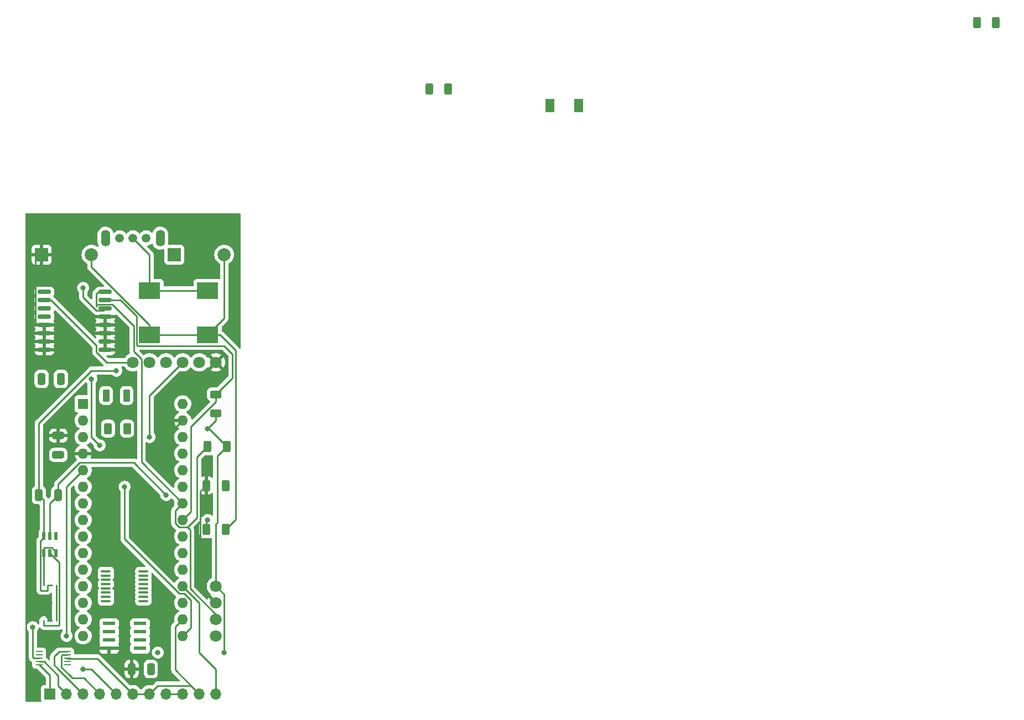
<source format=gbr>
%TF.GenerationSoftware,KiCad,Pcbnew,7.0.1*%
%TF.CreationDate,2023-04-07T11:41:16-04:00*%
%TF.ProjectId,smart penetrometer update,736d6172-7420-4706-956e-6574726f6d65,rev?*%
%TF.SameCoordinates,Original*%
%TF.FileFunction,Copper,L1,Top*%
%TF.FilePolarity,Positive*%
%FSLAX46Y46*%
G04 Gerber Fmt 4.6, Leading zero omitted, Abs format (unit mm)*
G04 Created by KiCad (PCBNEW 7.0.1) date 2023-04-07 11:41:16*
%MOMM*%
%LPD*%
G01*
G04 APERTURE LIST*
G04 Aperture macros list*
%AMRoundRect*
0 Rectangle with rounded corners*
0 $1 Rounding radius*
0 $2 $3 $4 $5 $6 $7 $8 $9 X,Y pos of 4 corners*
0 Add a 4 corners polygon primitive as box body*
4,1,4,$2,$3,$4,$5,$6,$7,$8,$9,$2,$3,0*
0 Add four circle primitives for the rounded corners*
1,1,$1+$1,$2,$3*
1,1,$1+$1,$4,$5*
1,1,$1+$1,$6,$7*
1,1,$1+$1,$8,$9*
0 Add four rect primitives between the rounded corners*
20,1,$1+$1,$2,$3,$4,$5,0*
20,1,$1+$1,$4,$5,$6,$7,0*
20,1,$1+$1,$6,$7,$8,$9,0*
20,1,$1+$1,$8,$9,$2,$3,0*%
G04 Aperture macros list end*
%TA.AperFunction,ComponentPad*%
%ADD10R,1.600000X1.600000*%
%TD*%
%TA.AperFunction,ComponentPad*%
%ADD11O,1.600000X1.600000*%
%TD*%
%TA.AperFunction,SMDPad,CuDef*%
%ADD12R,3.300000X2.500000*%
%TD*%
%TA.AperFunction,ComponentPad*%
%ADD13R,1.700000X1.700000*%
%TD*%
%TA.AperFunction,ComponentPad*%
%ADD14O,1.700000X1.700000*%
%TD*%
%TA.AperFunction,SMDPad,CuDef*%
%ADD15RoundRect,0.250000X0.625000X-0.312500X0.625000X0.312500X-0.625000X0.312500X-0.625000X-0.312500X0*%
%TD*%
%TA.AperFunction,SMDPad,CuDef*%
%ADD16RoundRect,0.250000X0.312500X0.625000X-0.312500X0.625000X-0.312500X-0.625000X0.312500X-0.625000X0*%
%TD*%
%TA.AperFunction,SMDPad,CuDef*%
%ADD17RoundRect,0.150000X-0.875000X-0.150000X0.875000X-0.150000X0.875000X0.150000X-0.875000X0.150000X0*%
%TD*%
%TA.AperFunction,SMDPad,CuDef*%
%ADD18R,1.100000X0.250000*%
%TD*%
%TA.AperFunction,ComponentPad*%
%ADD19C,1.324000*%
%TD*%
%TA.AperFunction,ComponentPad*%
%ADD20O,1.424000X2.524000*%
%TD*%
%TA.AperFunction,ComponentPad*%
%ADD21C,2.000000*%
%TD*%
%TA.AperFunction,ComponentPad*%
%ADD22R,2.000000X2.000000*%
%TD*%
%TA.AperFunction,SMDPad,CuDef*%
%ADD23RoundRect,0.250000X-0.325000X-0.650000X0.325000X-0.650000X0.325000X0.650000X-0.325000X0.650000X0*%
%TD*%
%TA.AperFunction,SMDPad,CuDef*%
%ADD24R,0.550000X1.200000*%
%TD*%
%TA.AperFunction,SMDPad,CuDef*%
%ADD25RoundRect,0.250000X0.650000X-0.325000X0.650000X0.325000X-0.650000X0.325000X-0.650000X-0.325000X0*%
%TD*%
%TA.AperFunction,SMDPad,CuDef*%
%ADD26R,1.400000X2.100000*%
%TD*%
%TA.AperFunction,SMDPad,CuDef*%
%ADD27RoundRect,0.250000X-0.275000X-0.700000X0.275000X-0.700000X0.275000X0.700000X-0.275000X0.700000X0*%
%TD*%
%TA.AperFunction,SMDPad,CuDef*%
%ADD28RoundRect,0.250000X-0.312500X-0.625000X0.312500X-0.625000X0.312500X0.625000X-0.312500X0.625000X0*%
%TD*%
%TA.AperFunction,SMDPad,CuDef*%
%ADD29RoundRect,0.100000X-0.637500X-0.100000X0.637500X-0.100000X0.637500X0.100000X-0.637500X0.100000X0*%
%TD*%
%TA.AperFunction,SMDPad,CuDef*%
%ADD30R,1.981200X0.558800*%
%TD*%
%TA.AperFunction,ComponentPad*%
%ADD31C,1.800000*%
%TD*%
%TA.AperFunction,ViaPad*%
%ADD32C,0.800000*%
%TD*%
%TA.AperFunction,Conductor*%
%ADD33C,0.250000*%
%TD*%
G04 APERTURE END LIST*
D10*
%TO.P,A2,1*%
%TO.N,Net-(A2-Pad1)*%
X118110000Y-104140000D03*
D11*
%TO.P,A2,2*%
%TO.N,Net-(A2-Pad2)*%
X118110000Y-106680000D03*
%TO.P,A2,3*%
%TO.N,Net-(A2-Pad3)*%
X118110000Y-109220000D03*
%TO.P,A2,4*%
%TO.N,GND*%
X118110000Y-111760000D03*
%TO.P,A2,5*%
%TO.N,Net-(A2-Pad5)*%
X118110000Y-114300000D03*
%TO.P,A2,6*%
%TO.N,Net-(A2-Pad6)*%
X118110000Y-116840000D03*
%TO.P,A2,7*%
%TO.N,Net-(A2-Pad7)*%
X118110000Y-119380000D03*
%TO.P,A2,8*%
%TO.N,Net-(A2-Pad8)*%
X118110000Y-121920000D03*
%TO.P,A2,9*%
%TO.N,Net-(A2-Pad9)*%
X118110000Y-124460000D03*
%TO.P,A2,10*%
%TO.N,Net-(A2-Pad10)*%
X118110000Y-127000000D03*
%TO.P,A2,11*%
%TO.N,Net-(A2-Pad11)*%
X118110000Y-129540000D03*
%TO.P,A2,12*%
%TO.N,Net-(A2-Pad12)*%
X118110000Y-132080000D03*
%TO.P,A2,13*%
%TO.N,Net-(A1-Pad2)*%
X118110000Y-134620000D03*
%TO.P,A2,14*%
%TO.N,Net-(A1-Pad3)*%
X118110000Y-137160000D03*
%TO.P,A2,15*%
%TO.N,Net-(A1-Pad5)*%
X118110000Y-139700000D03*
%TO.P,A2,16*%
%TO.N,Net-(A1-Pad4)*%
X133350000Y-139700000D03*
%TO.P,A2,17*%
%TO.N,Net-(A2-Pad17)*%
X133350000Y-137160000D03*
%TO.P,A2,18*%
%TO.N,Net-(A2-Pad18)*%
X133350000Y-134620000D03*
%TO.P,A2,19*%
%TO.N,Net-(A2-Pad19)*%
X133350000Y-132080000D03*
%TO.P,A2,20*%
%TO.N,Net-(A2-Pad20)*%
X133350000Y-129540000D03*
%TO.P,A2,21*%
%TO.N,Net-(A2-Pad21)*%
X133350000Y-127000000D03*
%TO.P,A2,22*%
%TO.N,Net-(A2-Pad22)*%
X133350000Y-124460000D03*
%TO.P,A2,23*%
%TO.N,Net-(A2-Pad23)*%
X133350000Y-121920000D03*
%TO.P,A2,24*%
%TO.N,Net-(A2-Pad24)*%
X133350000Y-119380000D03*
%TO.P,A2,25*%
%TO.N,Net-(A2-Pad25)*%
X133350000Y-116840000D03*
%TO.P,A2,26*%
%TO.N,Net-(A2-Pad26)*%
X133350000Y-114300000D03*
%TO.P,A2,27*%
%TO.N,Net-(A2-Pad27)*%
X133350000Y-111760000D03*
%TO.P,A2,28*%
%TO.N,Net-(A2-Pad28)*%
X133350000Y-109220000D03*
%TO.P,A2,29*%
%TO.N,GND*%
X133350000Y-106680000D03*
%TO.P,A2,30*%
%TO.N,Net-(A1-Pad1)*%
X133350000Y-104140000D03*
%TD*%
D12*
%TO.P,D2,1*%
%TO.N,Net-(D2-Pad1)*%
X128270000Y-86770000D03*
%TO.P,D2,2*%
%TO.N,+BATT*%
X128270000Y-93570000D03*
%TD*%
%TO.P,D3,1*%
%TO.N,Net-(D2-Pad1)*%
X137160000Y-86770000D03*
%TO.P,D3,2*%
%TO.N,+BATT*%
X137160000Y-93570000D03*
%TD*%
D13*
%TO.P,J2,1*%
%TO.N,Net-(J2-Pad1)*%
X113030000Y-148590000D03*
D14*
%TO.P,J2,2*%
%TO.N,Net-(J2-Pad2)*%
X115570000Y-148590000D03*
%TO.P,J2,3*%
%TO.N,Net-(A2-Pad24)*%
X118110000Y-148590000D03*
%TO.P,J2,4*%
%TO.N,Net-(A2-Pad23)*%
X120650000Y-148590000D03*
%TO.P,J2,5*%
%TO.N,Net-(A2-Pad5)*%
X123190000Y-148590000D03*
%TO.P,J2,6*%
%TO.N,Net-(A1-Pad1)*%
X125730000Y-148590000D03*
%TO.P,J2,7*%
X128270000Y-148590000D03*
%TO.P,J2,8*%
%TO.N,GNDREF*%
X130810000Y-148590000D03*
%TO.P,J2,9*%
X133350000Y-148590000D03*
%TO.P,J2,10*%
%TO.N,Net-(A1-Pad1)*%
X135890000Y-148590000D03*
%TO.P,J2,11*%
%TO.N,Net-(A2-Pad19)*%
X138430000Y-148590000D03*
%TD*%
D15*
%TO.P,R5,1*%
%TO.N,Net-(A1-Pad1)*%
X138430000Y-105602500D03*
%TO.P,R5,2*%
%TO.N,Net-(A2-Pad23)*%
X138430000Y-102677500D03*
%TD*%
D16*
%TO.P,R6,1*%
%TO.N,Net-(A1-Pad1)*%
X140085000Y-110682500D03*
%TO.P,R6,2*%
%TO.N,Net-(A2-Pad24)*%
X137160000Y-110682500D03*
%TD*%
D17*
%TO.P,U2,1*%
%TO.N,Net-(U2-Pad1)*%
X112190000Y-86995000D03*
%TO.P,U2,2*%
%TO.N,Net-(A1-Pad1)*%
X112190000Y-88265000D03*
%TO.P,U2,3*%
%TO.N,Net-(U2-Pad3)*%
X112190000Y-89535000D03*
%TO.P,U2,4*%
%TO.N,Net-(U2-Pad4)*%
X112190000Y-90805000D03*
%TO.P,U2,5*%
%TO.N,GND*%
X112190000Y-92075000D03*
%TO.P,U2,6*%
X112190000Y-93345000D03*
%TO.P,U2,7*%
X112190000Y-94615000D03*
%TO.P,U2,8*%
X112190000Y-95885000D03*
%TO.P,U2,9*%
X121490000Y-95885000D03*
%TO.P,U2,10*%
X121490000Y-94615000D03*
%TO.P,U2,11*%
X121490000Y-93345000D03*
%TO.P,U2,12*%
X121490000Y-92075000D03*
%TO.P,U2,13*%
X121490000Y-90805000D03*
%TO.P,U2,14*%
%TO.N,Net-(BT1-Pad1)*%
X121490000Y-89535000D03*
%TO.P,U2,15*%
%TO.N,Net-(A2-Pad23)*%
X121490000Y-88265000D03*
%TO.P,U2,16*%
%TO.N,Net-(A2-Pad24)*%
X121490000Y-86995000D03*
%TD*%
D18*
%TO.P,U5,1*%
%TO.N,Net-(U5-Pad1)*%
X111380000Y-142120000D03*
%TO.P,U5,2*%
%TO.N,Net-(U5-Pad2)*%
X111380000Y-142620000D03*
%TO.P,U5,3*%
%TO.N,GNDS*%
X111380000Y-143120000D03*
%TO.P,U5,4*%
%TO.N,Net-(J2-Pad2)*%
X111380000Y-143620000D03*
%TO.P,U5,5*%
%TO.N,Net-(J2-Pad1)*%
X111380000Y-144120000D03*
%TO.P,U5,6*%
%TO.N,Net-(U5-Pad6)*%
X115680000Y-144120000D03*
%TO.P,U5,7*%
%TO.N,Net-(U5-Pad7)*%
X115680000Y-143620000D03*
%TO.P,U5,8*%
%TO.N,Net-(A1-Pad1)*%
X115680000Y-143120000D03*
%TO.P,U5,9*%
%TO.N,Net-(A2-Pad23)*%
X115680000Y-142620000D03*
%TO.P,U5,10*%
%TO.N,Net-(A2-Pad24)*%
X115680000Y-142120000D03*
%TD*%
D19*
%TO.P,J1,1*%
%TO.N,Net-(J1-Pad1)*%
X127762000Y-78740000D03*
%TO.P,J1,2*%
%TO.N,Net-(D2-Pad1)*%
X125730000Y-78740000D03*
%TO.P,J1,3*%
%TO.N,Net-(C3-Pad2)*%
X123698000Y-78740000D03*
D20*
%TO.P,J1,4*%
%TO.N,N/C*%
X129921000Y-78740000D03*
%TO.P,J1,5*%
X121539000Y-78740000D03*
%TD*%
D21*
%TO.P,U7,1*%
%TO.N,+BATT*%
X119380000Y-81280000D03*
D22*
%TO.P,U7,2*%
%TO.N,GND*%
X111760000Y-81280000D03*
%TD*%
D21*
%TO.P,U3,1*%
%TO.N,+BATT*%
X139700000Y-81280000D03*
D22*
%TO.P,U3,2*%
%TO.N,-BATT*%
X132080000Y-81280000D03*
%TD*%
D23*
%TO.P,C12,1*%
%TO.N,-BATT*%
X111350000Y-118110000D03*
%TO.P,C12,2*%
%TO.N,Net-(C12-Pad2)*%
X114300000Y-118110000D03*
%TD*%
D16*
%TO.P,R10,1*%
%TO.N,+BATT*%
X139892500Y-123382500D03*
%TO.P,R10,2*%
%TO.N,Net-(C12-Pad2)*%
X136967500Y-123382500D03*
%TD*%
D24*
%TO.P,U11,1*%
%TO.N,Net-(U10-Pad4)*%
X112080000Y-127030000D03*
%TO.P,U11,2*%
%TO.N,Net-(R9-Pad1)*%
X113030000Y-127030000D03*
%TO.P,U11,3*%
%TO.N,Net-(U10-Pad5)*%
X113980000Y-127030000D03*
%TO.P,U11,4*%
%TO.N,Net-(U11-Pad4)*%
X113980000Y-124430000D03*
%TO.P,U11,5*%
%TO.N,Net-(C12-Pad2)*%
X113030000Y-124430000D03*
%TO.P,U11,6*%
%TO.N,-BATT*%
X112080000Y-124430000D03*
%TD*%
D16*
%TO.P,R9,1*%
%TO.N,Net-(R9-Pad1)*%
X139892500Y-116647500D03*
%TO.P,R9,2*%
%TO.N,GND*%
X136967500Y-116647500D03*
%TD*%
D23*
%TO.P,C6,1*%
%TO.N,Net-(C5-Pad2)*%
X111760000Y-100330000D03*
%TO.P,C6,2*%
%TO.N,Net-(C6-Pad2)*%
X114710000Y-100330000D03*
%TD*%
D25*
%TO.P,C7,1*%
%TO.N,Net-(C6-Pad2)*%
X114300000Y-111965000D03*
%TO.P,C7,2*%
%TO.N,GND*%
X114300000Y-109015000D03*
%TD*%
D23*
%TO.P,C10,1*%
%TO.N,GND*%
X125525000Y-144780000D03*
%TO.P,C10,2*%
%TO.N,Net-(C1-Pad1)*%
X128475000Y-144780000D03*
%TD*%
D26*
%TO.P,D4,1*%
%TO.N,Net-(C8-Pad1)*%
X189570000Y-58420000D03*
%TO.P,D4,2*%
%TO.N,GND*%
X193970000Y-58420000D03*
%TD*%
D27*
%TO.P,L1,1*%
%TO.N,Net-(C1-Pad1)*%
X121615000Y-102870000D03*
%TO.P,L1,2*%
%TO.N,Net-(C8-Pad1)*%
X124765000Y-102870000D03*
%TD*%
D28*
%TO.P,R2,1*%
%TO.N,Net-(J3-Pad1)*%
X171065000Y-55880000D03*
%TO.P,R2,2*%
%TO.N,GND*%
X173990000Y-55880000D03*
%TD*%
%TO.P,R3,1*%
%TO.N,Net-(C5-Pad2)*%
X121920000Y-107950000D03*
%TO.P,R3,2*%
%TO.N,Net-(J3-Pad2)*%
X124845000Y-107950000D03*
%TD*%
%TO.P,R4,1*%
%TO.N,Net-(C6-Pad2)*%
X254885000Y-45720000D03*
%TO.P,R4,2*%
%TO.N,Net-(J3-Pad1)*%
X257810000Y-45720000D03*
%TD*%
D29*
%TO.P,U8,1*%
%TO.N,Net-(A1-Pad4)*%
X121597500Y-129805000D03*
%TO.P,U8,2*%
%TO.N,Net-(A2-Pad12)*%
X121597500Y-130455000D03*
%TO.P,U8,3*%
%TO.N,GND*%
X121597500Y-131105000D03*
%TO.P,U8,4*%
%TO.N,Earth*%
X121597500Y-131755000D03*
%TO.P,U8,5*%
%TO.N,GND*%
X121597500Y-132405000D03*
%TO.P,U8,6*%
%TO.N,Net-(U8-Pad6)*%
X121597500Y-133055000D03*
%TO.P,U8,7*%
%TO.N,Net-(U8-Pad7)*%
X121597500Y-133705000D03*
%TO.P,U8,8*%
%TO.N,Net-(U8-Pad8)*%
X121597500Y-134355000D03*
%TO.P,U8,9*%
%TO.N,Net-(U8-Pad9)*%
X127322500Y-134355000D03*
%TO.P,U8,10*%
%TO.N,Net-(C6-Pad2)*%
X127322500Y-133705000D03*
%TO.P,U8,11*%
%TO.N,Net-(C5-Pad2)*%
X127322500Y-133055000D03*
%TO.P,U8,12*%
%TO.N,Net-(A1-Pad1)*%
X127322500Y-132405000D03*
%TO.P,U8,13*%
X127322500Y-131755000D03*
%TO.P,U8,14*%
%TO.N,Net-(U8-Pad14)*%
X127322500Y-131105000D03*
%TO.P,U8,15*%
%TO.N,Net-(A1-Pad5)*%
X127322500Y-130455000D03*
%TO.P,U8,16*%
%TO.N,Net-(A1-Pad3)*%
X127322500Y-129805000D03*
%TD*%
D30*
%TO.P,U9,1*%
%TO.N,Net-(A2-Pad11)*%
X122097800Y-137795000D03*
%TO.P,U9,2*%
%TO.N,Net-(A1-Pad5)*%
X122097800Y-139065000D03*
%TO.P,U9,3*%
%TO.N,Net-(U9-Pad3)*%
X122097800Y-140335000D03*
%TO.P,U9,4*%
%TO.N,GND*%
X122097800Y-141605000D03*
%TO.P,U9,5*%
%TO.N,Net-(A1-Pad3)*%
X126822200Y-141605000D03*
%TO.P,U9,6*%
%TO.N,Net-(A1-Pad4)*%
X126822200Y-140335000D03*
%TO.P,U9,7*%
%TO.N,Net-(A2-Pad10)*%
X126822200Y-139065000D03*
%TO.P,U9,8*%
%TO.N,Net-(A1-Pad1)*%
X126822200Y-137795000D03*
%TD*%
D31*
%TO.P,A1,1*%
%TO.N,Net-(A1-Pad1)*%
X125730000Y-97790000D03*
%TO.P,A1,2*%
%TO.N,Net-(A1-Pad2)*%
X128270000Y-97790000D03*
%TO.P,A1,3*%
%TO.N,Net-(A1-Pad3)*%
X130810000Y-97790000D03*
%TO.P,A1,4*%
%TO.N,Net-(A1-Pad4)*%
X133350000Y-97790000D03*
%TO.P,A1,5*%
%TO.N,Net-(A1-Pad5)*%
X135890000Y-97790000D03*
%TO.P,A1,6*%
%TO.N,GND*%
X138430000Y-97790000D03*
%TD*%
%TO.P,U4,10*%
%TO.N,GND*%
X138430000Y-134620000D03*
%TO.P,U4,11*%
%TO.N,Net-(A2-Pad24)*%
X138430000Y-137160000D03*
%TO.P,U4,12*%
%TO.N,Net-(A2-Pad23)*%
X138430000Y-139700000D03*
%TO.P,U4,13*%
%TO.N,Net-(A1-Pad1)*%
X138430000Y-132080000D03*
%TD*%
D32*
%TO.N,Net-(A1-Pad4)*%
X124460000Y-116840000D03*
X128270000Y-109220000D03*
%TO.N,Net-(A1-Pad1)*%
X139700000Y-142240000D03*
X137160000Y-107950000D03*
%TO.N,GND*%
X130810000Y-110490000D03*
X130810000Y-121920000D03*
X128270000Y-121920000D03*
X113030000Y-134620000D03*
%TO.N,Net-(A2-Pad5)*%
X118110000Y-144780000D03*
X115570000Y-139700000D03*
%TO.N,GNDREF*%
X129540000Y-142240000D03*
%TO.N,Net-(C1-Pad1)*%
X119380000Y-100330000D03*
X120650000Y-110490000D03*
%TO.N,Net-(BT1-Pad1)*%
X118110000Y-86360000D03*
%TO.N,GNDS*%
X110409980Y-138349980D03*
%TO.N,Net-(C12-Pad2)*%
X137160000Y-121920000D03*
X130810000Y-118110000D03*
%TO.N,-BATT*%
X123190000Y-99060000D03*
%TD*%
D33*
%TO.N,Net-(A1-Pad4)*%
X124460000Y-116840000D02*
X124460000Y-116840000D01*
X133350000Y-139700000D02*
X134620000Y-138430000D01*
X128270000Y-109220000D02*
X128270000Y-102870000D01*
X134620000Y-138430000D02*
X134620000Y-134224998D01*
X134620000Y-134224998D02*
X133600003Y-133205001D01*
X124460000Y-124855002D02*
X124460000Y-116840000D01*
X128270000Y-102870000D02*
X133350000Y-97790000D01*
X133600003Y-133205001D02*
X132809999Y-133205001D01*
X132809999Y-133205001D02*
X124460000Y-124855002D01*
%TO.N,Net-(A1-Pad1)*%
X137160000Y-107950000D02*
X137160000Y-107950000D01*
X120309999Y-143169999D02*
X117769999Y-143169999D01*
X134620000Y-147320000D02*
X135890000Y-148590000D01*
X128270000Y-148590000D02*
X129540000Y-147320000D01*
X138622500Y-122363910D02*
X138622500Y-112145000D01*
X120139990Y-96231758D02*
X121698232Y-97790000D01*
X121698232Y-97790000D02*
X125730000Y-97790000D01*
X139655001Y-133305001D02*
X139655001Y-139655001D01*
X138430000Y-132080000D02*
X139655001Y-133305001D01*
X138622500Y-112145000D02*
X140085000Y-110682500D01*
X117769999Y-143169999D02*
X115630001Y-143169999D01*
X132224999Y-138285001D02*
X132224999Y-144924999D01*
X138430000Y-122556410D02*
X138622500Y-122363910D01*
X115630001Y-143169999D02*
X115680000Y-143120000D01*
X137352500Y-107950000D02*
X137160000Y-107950000D01*
X133350000Y-137160000D02*
X132224999Y-138285001D01*
X125730000Y-148590000D02*
X120309999Y-143169999D01*
X138430000Y-106680000D02*
X137160000Y-107950000D01*
X140085000Y-110682500D02*
X137352500Y-107950000D01*
X120139990Y-95189990D02*
X120139990Y-96231758D01*
X138622500Y-131887500D02*
X138430000Y-132080000D01*
X139655001Y-139655001D02*
X139655001Y-142195001D01*
X132224999Y-144924999D02*
X135890000Y-148590000D01*
X128270000Y-148590000D02*
X125730000Y-148590000D01*
X139655001Y-142195001D02*
X139700000Y-142240000D01*
X138430000Y-105602500D02*
X138430000Y-106680000D01*
X113215000Y-88265000D02*
X120139990Y-95189990D01*
X112190000Y-88265000D02*
X113215000Y-88265000D01*
X138430000Y-132080000D02*
X138430000Y-122556410D01*
X129540000Y-147320000D02*
X134620000Y-147320000D01*
%TO.N,GND*%
X130810000Y-121920000D02*
X130810000Y-121920000D01*
X113030000Y-136995000D02*
X112705000Y-137320000D01*
X136967500Y-116647500D02*
X136079990Y-117535010D01*
X110839990Y-91749990D02*
X110839990Y-84740010D01*
X113030000Y-134620000D02*
X113030000Y-136995000D01*
X136079990Y-117535010D02*
X136079990Y-132269990D01*
X110839990Y-82200010D02*
X111760000Y-81280000D01*
X133350000Y-106680000D02*
X130810000Y-109220000D01*
X128270000Y-121920000D02*
X130810000Y-121920000D01*
X130810000Y-109220000D02*
X130810000Y-110490000D01*
X136079990Y-132269990D02*
X138430000Y-134620000D01*
X112705000Y-137320000D02*
X113355000Y-137320000D01*
X111165000Y-92075000D02*
X110839990Y-91749990D01*
X112190000Y-92075000D02*
X111165000Y-92075000D01*
X110839990Y-84740010D02*
X110839990Y-82200010D01*
%TO.N,Net-(A2-Pad24)*%
X120418242Y-88909990D02*
X122561758Y-88909990D01*
X135536250Y-121566250D02*
X134057499Y-123045001D01*
X132224999Y-120505001D02*
X133350000Y-119380000D01*
X120139990Y-87320010D02*
X120139990Y-89188242D01*
X134475001Y-123462503D02*
X134057499Y-123045001D01*
X125844989Y-92193221D02*
X125844989Y-96091987D01*
X122561758Y-88909990D02*
X125844989Y-92193221D01*
X125844989Y-96091987D02*
X127044999Y-97291997D01*
X135536250Y-121566250D02*
X135536250Y-112306250D01*
X121490000Y-86995000D02*
X120465000Y-86995000D01*
X113665000Y-144145000D02*
X114300000Y-144780000D01*
X132809999Y-123045001D02*
X132224999Y-122460001D01*
X135536250Y-112306250D02*
X137160000Y-110682500D01*
X134057499Y-123045001D02*
X132809999Y-123045001D01*
X114300000Y-144780000D02*
X118110000Y-148590000D01*
X127044999Y-97291997D02*
X127044999Y-113074999D01*
X120139990Y-89188242D02*
X120418242Y-88909990D01*
X120465000Y-86995000D02*
X120139990Y-87320010D01*
X127044999Y-113074999D02*
X133350000Y-119380000D01*
X138430000Y-137160000D02*
X138430000Y-136433002D01*
X138430000Y-136433002D02*
X134475001Y-132478003D01*
X114420000Y-142120000D02*
X113665000Y-142875000D01*
X132224999Y-122460001D02*
X132224999Y-120505001D01*
X115680000Y-142120000D02*
X114420000Y-142120000D01*
X134475001Y-132478003D02*
X134475001Y-123462503D01*
X113665000Y-142875000D02*
X113665000Y-144145000D01*
%TO.N,Net-(A2-Pad23)*%
X138430000Y-103851810D02*
X138430000Y-102677500D01*
X115959999Y-145660001D02*
X114804999Y-144505001D01*
X121490000Y-88265000D02*
X123825000Y-88265000D01*
X134620000Y-120650000D02*
X134620000Y-107661810D01*
X114969997Y-142570001D02*
X115630001Y-142570001D01*
X114804999Y-142734999D02*
X114969997Y-142570001D01*
X114804999Y-144505001D02*
X114804999Y-142734999D01*
X118228482Y-146168482D02*
X120650000Y-148590000D01*
X139700000Y-95250000D02*
X140970000Y-96520000D01*
X126294999Y-90734999D02*
X126294999Y-95080001D01*
X134620000Y-120650000D02*
X133350000Y-121920000D01*
X123825000Y-88265000D02*
X126294999Y-90734999D01*
X115630001Y-142570001D02*
X115680000Y-142620000D01*
X126294999Y-95080001D02*
X126464998Y-95250000D01*
X140970000Y-100137500D02*
X138430000Y-102677500D01*
X134620000Y-107661810D02*
X138430000Y-103851810D01*
X126464998Y-95250000D02*
X139700000Y-95250000D01*
X116231516Y-145931518D02*
X115959999Y-145660001D01*
X118228482Y-146168482D02*
X116468480Y-146168482D01*
X140970000Y-96520000D02*
X140970000Y-100137500D01*
X116468480Y-146168482D02*
X115959999Y-145660001D01*
%TO.N,Net-(A2-Pad5)*%
X118110000Y-144780000D02*
X118110000Y-144780000D01*
X115570000Y-116840000D02*
X115570000Y-139700000D01*
X118110000Y-114300000D02*
X115570000Y-116840000D01*
X123190000Y-148590000D02*
X119380000Y-144780000D01*
X119380000Y-144780000D02*
X118110000Y-144780000D01*
%TO.N,Net-(A2-Pad19)*%
X138430000Y-147320000D02*
X138430000Y-144780000D01*
X135890000Y-134620000D02*
X133350000Y-132080000D01*
X135890000Y-142240000D02*
X135890000Y-134620000D01*
X138430000Y-144780000D02*
X135890000Y-142240000D01*
X138430000Y-147320000D02*
X138430000Y-148590000D01*
%TO.N,GNDREF*%
X133350000Y-148590000D02*
X130810000Y-148590000D01*
%TO.N,Net-(C1-Pad1)*%
X120650000Y-110490000D02*
X120650000Y-110490000D01*
X119380000Y-109220000D02*
X120650000Y-110490000D01*
X119380000Y-100330000D02*
X119380000Y-109220000D01*
%TO.N,Net-(BT1-Pad1)*%
X120719315Y-89535000D02*
X121490000Y-89535000D01*
X120150338Y-89835000D02*
X121190000Y-89835000D01*
X118110000Y-87794662D02*
X120150338Y-89835000D01*
X118110000Y-86360000D02*
X118110000Y-87794662D01*
X121190000Y-89835000D02*
X121490000Y-89535000D01*
%TO.N,GNDS*%
X110409980Y-142949980D02*
X110580000Y-143120000D01*
X110580000Y-143120000D02*
X111380000Y-143120000D01*
X110409980Y-138349980D02*
X110409980Y-142949980D01*
%TO.N,Net-(D2-Pad1)*%
X128270000Y-81280000D02*
X125730000Y-78740000D01*
X137160000Y-86770000D02*
X128270000Y-86770000D01*
X128270000Y-86770000D02*
X128270000Y-81280000D01*
%TO.N,Net-(J2-Pad2)*%
X114300000Y-145779998D02*
X114300000Y-147320000D01*
X114300000Y-147320000D02*
X115570000Y-148590000D01*
X112140002Y-143620000D02*
X114300000Y-145779998D01*
X111380000Y-143620000D02*
X112140002Y-143620000D01*
%TO.N,Net-(J2-Pad1)*%
X113030000Y-147320000D02*
X113030000Y-145770000D01*
X113030000Y-147320000D02*
X113030000Y-148590000D01*
X113030000Y-145770000D02*
X111380000Y-144120000D01*
%TO.N,Net-(U8-Pad1)*%
X114005000Y-137320000D02*
X114005000Y-131920000D01*
%TO.N,Net-(U8-Pad4)*%
X112055000Y-127024991D02*
X112080000Y-126999991D01*
X112080000Y-126830000D02*
X112080000Y-126280000D01*
X113354999Y-126204999D02*
X113980000Y-126830000D01*
X112080000Y-126280000D02*
X112155001Y-126204999D01*
X112055000Y-131920000D02*
X112055000Y-127024991D01*
X112155001Y-126204999D02*
X113354999Y-126204999D01*
X112080000Y-126999991D02*
X112080000Y-126830000D01*
%TO.N,Net-(C12-Pad2)*%
X130810000Y-118110000D02*
X130810000Y-118110000D01*
X113030000Y-119380000D02*
X114300000Y-118110000D01*
X125874999Y-113174999D02*
X130810000Y-118110000D01*
X136967500Y-123382500D02*
X136967500Y-122112500D01*
X114300000Y-116444998D02*
X117569999Y-113174999D01*
X124604999Y-113174999D02*
X125874999Y-113174999D01*
X113030000Y-124630000D02*
X113030000Y-119380000D01*
X117569999Y-113174999D02*
X124604999Y-113174999D01*
X136967500Y-122112500D02*
X137160000Y-121920000D01*
X114300000Y-118110000D02*
X114300000Y-116444998D01*
%TO.N,-BATT*%
X123190000Y-99060000D02*
X123190000Y-99060000D01*
X112080000Y-118840000D02*
X111350000Y-118110000D01*
X113355000Y-131920000D02*
X112705000Y-131920000D01*
X112705000Y-132670000D02*
X112629999Y-132745001D01*
X112080000Y-124630000D02*
X112080000Y-118840000D01*
X111674999Y-132745001D02*
X111579999Y-132650001D01*
X119380000Y-99060000D02*
X123190000Y-99060000D01*
X111350000Y-118110000D02*
X111350000Y-107090000D01*
X112705000Y-131920000D02*
X112705000Y-132670000D01*
X112629999Y-132745001D02*
X111674999Y-132745001D01*
X111579999Y-125130001D02*
X112080000Y-124630000D01*
X111350000Y-107090000D02*
X119380000Y-99060000D01*
X111579999Y-132650001D02*
X111579999Y-125130001D01*
%TO.N,+BATT*%
X139700000Y-91030000D02*
X139700000Y-83820000D01*
X137160000Y-93570000D02*
X128270000Y-93570000D01*
X141420010Y-95930010D02*
X141420010Y-121854990D01*
X137160000Y-93570000D02*
X139060000Y-93570000D01*
X137160000Y-93570000D02*
X139700000Y-91030000D01*
X119380000Y-81280000D02*
X119380000Y-83180000D01*
X119380000Y-83180000D02*
X121605000Y-85405000D01*
X141420010Y-121854990D02*
X139892500Y-123382500D01*
X128270000Y-93570000D02*
X128270000Y-92070000D01*
X139060000Y-93570000D02*
X141420010Y-95930010D01*
X121605000Y-85405000D02*
X120020000Y-83820000D01*
X139700000Y-83820000D02*
X139700000Y-81280000D01*
X128270000Y-92070000D02*
X121605000Y-85405000D01*
%TO.N,Net-(R9-Pad1)*%
X112055000Y-138070000D02*
X112130001Y-138145001D01*
X112130001Y-138145001D02*
X114385001Y-138145001D01*
X114385001Y-138145001D02*
X114480001Y-138050001D01*
X113030000Y-127000000D02*
X113030000Y-126830000D01*
X114480001Y-138050001D02*
X114480001Y-128450001D01*
X114480001Y-128450001D02*
X113030000Y-127000000D01*
X112055000Y-137320000D02*
X112055000Y-138070000D01*
%TD*%
%TA.AperFunction,Conductor*%
%TO.N,GND*%
G36*
X142151500Y-74972381D02*
G01*
X142197619Y-75018500D01*
X142214500Y-75081500D01*
X142214500Y-95557969D01*
X142198915Y-95618670D01*
X142156015Y-95664354D01*
X142096413Y-95683720D01*
X142034853Y-95671978D01*
X141986565Y-95632032D01*
X141976857Y-95618670D01*
X141953569Y-95586617D01*
X141947057Y-95576703D01*
X141935978Y-95557969D01*
X141924552Y-95538648D01*
X141910222Y-95524318D01*
X141897388Y-95509291D01*
X141885482Y-95492903D01*
X141885481Y-95492902D01*
X141851404Y-95464710D01*
X141842626Y-95456722D01*
X139567244Y-93181339D01*
X139554171Y-93165021D01*
X139502349Y-93116357D01*
X139499537Y-93113632D01*
X139479770Y-93093865D01*
X139476575Y-93091386D01*
X139467553Y-93083681D01*
X139435320Y-93053413D01*
X139417567Y-93043653D01*
X139401041Y-93032797D01*
X139372462Y-93010628D01*
X139373112Y-93009789D01*
X139354476Y-92996981D01*
X139327840Y-92956431D01*
X139318500Y-92908824D01*
X139318500Y-92359595D01*
X139328091Y-92311377D01*
X139355404Y-92270500D01*
X139415105Y-92210799D01*
X140088660Y-91537242D01*
X140104981Y-91524168D01*
X140107015Y-91522001D01*
X140107018Y-91522000D01*
X140153677Y-91472311D01*
X140156368Y-91469534D01*
X140176134Y-91449770D01*
X140178605Y-91446583D01*
X140186312Y-91437559D01*
X140216586Y-91405321D01*
X140226343Y-91387570D01*
X140237199Y-91371043D01*
X140249613Y-91355041D01*
X140267172Y-91314461D01*
X140272392Y-91303809D01*
X140293694Y-91265061D01*
X140293695Y-91265060D01*
X140298732Y-91245439D01*
X140305138Y-91226730D01*
X140308656Y-91218601D01*
X140313181Y-91208145D01*
X140320096Y-91164476D01*
X140322496Y-91152881D01*
X140333500Y-91110030D01*
X140333500Y-91089769D01*
X140335051Y-91070058D01*
X140338219Y-91050057D01*
X140335519Y-91021497D01*
X140334059Y-91006046D01*
X140333500Y-90994189D01*
X140333500Y-82731566D01*
X140349565Y-82670000D01*
X140393665Y-82624134D01*
X140553468Y-82526205D01*
X140589416Y-82504176D01*
X140769969Y-82349969D01*
X140924176Y-82169416D01*
X141048240Y-81966963D01*
X141139105Y-81747594D01*
X141194535Y-81516711D01*
X141213165Y-81280000D01*
X141194535Y-81043289D01*
X141139105Y-80812406D01*
X141048240Y-80593037D01*
X140993887Y-80504342D01*
X140924176Y-80390584D01*
X140769969Y-80210030D01*
X140589415Y-80055823D01*
X140386966Y-79931761D01*
X140167594Y-79840895D01*
X139936711Y-79785464D01*
X139700000Y-79766835D01*
X139463288Y-79785464D01*
X139232405Y-79840895D01*
X139013033Y-79931761D01*
X138810584Y-80055823D01*
X138630030Y-80210030D01*
X138475823Y-80390584D01*
X138351761Y-80593033D01*
X138260895Y-80812405D01*
X138205464Y-81043288D01*
X138186835Y-81280000D01*
X138205464Y-81516711D01*
X138260895Y-81747594D01*
X138351761Y-81966966D01*
X138475823Y-82169415D01*
X138630030Y-82349969D01*
X138810584Y-82504176D01*
X139006335Y-82624134D01*
X139050435Y-82670000D01*
X139066500Y-82731566D01*
X139066500Y-84893575D01*
X139047301Y-84960430D01*
X138995555Y-85006911D01*
X138927031Y-85018853D01*
X138919201Y-85018011D01*
X138881560Y-85013964D01*
X138858639Y-85011500D01*
X138858638Y-85011500D01*
X135461362Y-85011500D01*
X135400799Y-85018011D01*
X135263794Y-85069111D01*
X135146738Y-85156738D01*
X135059111Y-85273794D01*
X135008011Y-85410799D01*
X135001500Y-85471362D01*
X135001500Y-86010500D01*
X134984619Y-86073500D01*
X134938500Y-86119619D01*
X134875500Y-86136500D01*
X130554500Y-86136500D01*
X130491500Y-86119619D01*
X130445381Y-86073500D01*
X130428500Y-86010500D01*
X130428500Y-85471362D01*
X130421989Y-85410799D01*
X130370889Y-85273796D01*
X130370888Y-85273794D01*
X130283261Y-85156738D01*
X130166205Y-85069111D01*
X130097702Y-85043560D01*
X130029201Y-85018011D01*
X129968638Y-85011500D01*
X129029500Y-85011500D01*
X128966500Y-84994619D01*
X128920381Y-84948500D01*
X128903500Y-84885500D01*
X128903500Y-81363849D01*
X128905794Y-81343064D01*
X128903562Y-81272033D01*
X128903500Y-81268075D01*
X128903500Y-81240148D01*
X128903500Y-81240144D01*
X128902992Y-81236124D01*
X128902061Y-81224295D01*
X128900673Y-81180110D01*
X128895020Y-81160656D01*
X128891012Y-81141299D01*
X128888474Y-81121203D01*
X128872197Y-81080092D01*
X128868358Y-81068882D01*
X128856018Y-81026406D01*
X128845700Y-81008961D01*
X128837008Y-80991216D01*
X128829552Y-80972383D01*
X128829551Y-80972381D01*
X128803564Y-80936613D01*
X128797046Y-80926690D01*
X128794714Y-80922747D01*
X128774542Y-80888637D01*
X128760213Y-80874308D01*
X128747376Y-80859277D01*
X128735473Y-80842893D01*
X128701406Y-80814711D01*
X128692626Y-80806721D01*
X127977094Y-80091189D01*
X127943877Y-80032356D01*
X127945828Y-79964822D01*
X127982385Y-79908004D01*
X128043034Y-79878240D01*
X128083695Y-79870640D01*
X128285972Y-79792278D01*
X128470406Y-79678081D01*
X128551643Y-79604023D01*
X128607920Y-79574430D01*
X128671487Y-79576087D01*
X128726149Y-79608575D01*
X128757984Y-79663618D01*
X128773707Y-79720586D01*
X128804951Y-79785464D01*
X128869028Y-79918523D01*
X128994476Y-80091189D01*
X128998161Y-80096260D01*
X129156955Y-80248082D01*
X129340306Y-80369111D01*
X129542320Y-80455456D01*
X129756506Y-80504343D01*
X129950910Y-80513073D01*
X129975976Y-80514199D01*
X129975976Y-80514198D01*
X129975979Y-80514199D01*
X130193684Y-80484709D01*
X130351481Y-80433438D01*
X130406564Y-80415541D01*
X130465211Y-80410925D01*
X130519561Y-80433438D01*
X130557767Y-80478171D01*
X130571500Y-80535374D01*
X130571500Y-82328638D01*
X130578011Y-82389200D01*
X130629111Y-82526205D01*
X130716738Y-82643261D01*
X130833794Y-82730888D01*
X130833795Y-82730888D01*
X130833796Y-82730889D01*
X130970799Y-82781989D01*
X131031362Y-82788500D01*
X133128638Y-82788500D01*
X133189201Y-82781989D01*
X133326204Y-82730889D01*
X133443261Y-82643261D01*
X133530889Y-82526204D01*
X133581989Y-82389201D01*
X133588500Y-82328638D01*
X133588500Y-80231362D01*
X133581989Y-80170799D01*
X133530889Y-80033796D01*
X133530888Y-80033794D01*
X133443261Y-79916738D01*
X133326205Y-79829111D01*
X133257702Y-79803561D01*
X133189201Y-79778011D01*
X133128638Y-79771500D01*
X131224978Y-79771500D01*
X131171586Y-79759628D01*
X131128255Y-79726250D01*
X131103150Y-79677656D01*
X131101003Y-79623002D01*
X131141500Y-79399848D01*
X131141500Y-78135192D01*
X131140238Y-78121171D01*
X131126740Y-77971190D01*
X131068293Y-77759414D01*
X130972971Y-77561476D01*
X130843839Y-77383740D01*
X130685045Y-77231918D01*
X130685044Y-77231917D01*
X130501692Y-77110888D01*
X130299683Y-77024545D01*
X130299681Y-77024544D01*
X130299680Y-77024544D01*
X130085494Y-76975657D01*
X130068781Y-76974906D01*
X129866023Y-76965800D01*
X129732327Y-76983910D01*
X129648316Y-76995291D01*
X129648313Y-76995291D01*
X129648312Y-76995292D01*
X129439376Y-77063179D01*
X129245913Y-77167286D01*
X129074146Y-77304265D01*
X128929602Y-77469710D01*
X128816923Y-77658303D01*
X128753797Y-77826501D01*
X128719294Y-77876620D01*
X128665326Y-77904726D01*
X128604480Y-77904264D01*
X128550948Y-77875343D01*
X128470406Y-77801919D01*
X128401758Y-77759414D01*
X128285973Y-77687722D01*
X128083695Y-77609360D01*
X128083694Y-77609359D01*
X127870463Y-77569500D01*
X127653537Y-77569500D01*
X127511382Y-77596073D01*
X127440304Y-77609360D01*
X127238026Y-77687722D01*
X127053595Y-77801918D01*
X126893285Y-77948060D01*
X126846550Y-78009947D01*
X126802163Y-78046805D01*
X126746000Y-78060014D01*
X126689837Y-78046805D01*
X126645450Y-78009947D01*
X126598716Y-77948061D01*
X126438406Y-77801919D01*
X126369758Y-77759414D01*
X126253973Y-77687722D01*
X126051695Y-77609360D01*
X126051694Y-77609359D01*
X125838463Y-77569500D01*
X125621537Y-77569500D01*
X125479382Y-77596073D01*
X125408304Y-77609360D01*
X125206026Y-77687722D01*
X125021595Y-77801918D01*
X124861285Y-77948060D01*
X124814550Y-78009947D01*
X124770163Y-78046805D01*
X124714000Y-78060014D01*
X124657837Y-78046805D01*
X124613450Y-78009947D01*
X124566716Y-77948061D01*
X124406406Y-77801919D01*
X124337758Y-77759414D01*
X124221973Y-77687722D01*
X124019695Y-77609360D01*
X124019694Y-77609359D01*
X123806463Y-77569500D01*
X123589537Y-77569500D01*
X123447382Y-77596073D01*
X123376304Y-77609360D01*
X123174026Y-77687722D01*
X122989595Y-77801918D01*
X122908358Y-77875975D01*
X122852077Y-77905569D01*
X122788511Y-77903911D01*
X122733849Y-77871423D01*
X122702014Y-77816379D01*
X122698023Y-77801919D01*
X122686293Y-77759414D01*
X122590971Y-77561476D01*
X122461839Y-77383740D01*
X122303045Y-77231918D01*
X122303044Y-77231917D01*
X122119692Y-77110888D01*
X121917683Y-77024545D01*
X121917681Y-77024544D01*
X121917680Y-77024544D01*
X121703494Y-76975657D01*
X121686781Y-76974906D01*
X121484023Y-76965800D01*
X121350327Y-76983910D01*
X121266316Y-76995291D01*
X121266313Y-76995291D01*
X121266312Y-76995292D01*
X121057376Y-77063179D01*
X120863913Y-77167286D01*
X120692146Y-77304265D01*
X120547602Y-77469710D01*
X120434925Y-77658300D01*
X120357727Y-77863992D01*
X120318500Y-78080152D01*
X120318500Y-79344808D01*
X120333260Y-79508812D01*
X120364775Y-79623002D01*
X120391707Y-79720586D01*
X120441713Y-79824425D01*
X120491799Y-79928430D01*
X120503691Y-79995238D01*
X120479207Y-80058526D01*
X120425449Y-80099936D01*
X120358009Y-80107458D01*
X120296447Y-80078911D01*
X120269416Y-80055824D01*
X120269414Y-80055822D01*
X120269412Y-80055821D01*
X120066966Y-79931761D01*
X119847594Y-79840895D01*
X119616711Y-79785464D01*
X119380000Y-79766835D01*
X119143288Y-79785464D01*
X118912405Y-79840895D01*
X118693033Y-79931761D01*
X118490584Y-80055823D01*
X118310030Y-80210030D01*
X118155823Y-80390584D01*
X118031761Y-80593033D01*
X117940895Y-80812405D01*
X117885464Y-81043288D01*
X117866835Y-81279999D01*
X117885464Y-81516711D01*
X117940895Y-81747594D01*
X118031761Y-81966966D01*
X118155823Y-82169415D01*
X118310030Y-82349969D01*
X118490584Y-82504176D01*
X118686335Y-82624134D01*
X118730435Y-82670000D01*
X118746500Y-82731566D01*
X118746500Y-83096147D01*
X118744204Y-83116935D01*
X118746438Y-83187986D01*
X118746500Y-83191945D01*
X118746500Y-83219857D01*
X118747007Y-83223873D01*
X118747937Y-83235696D01*
X118749326Y-83279892D01*
X118754977Y-83299341D01*
X118758986Y-83318696D01*
X118761525Y-83338794D01*
X118777801Y-83379903D01*
X118781644Y-83391130D01*
X118793980Y-83433590D01*
X118804294Y-83451030D01*
X118812987Y-83468774D01*
X118820448Y-83487617D01*
X118820449Y-83487619D01*
X118846431Y-83523380D01*
X118852948Y-83533301D01*
X118875458Y-83571363D01*
X118889778Y-83585683D01*
X118902618Y-83600716D01*
X118914526Y-83617105D01*
X118948598Y-83645292D01*
X118957378Y-83653282D01*
X121275501Y-85971405D01*
X121306239Y-86021564D01*
X121310855Y-86080211D01*
X121288342Y-86134561D01*
X121243609Y-86172767D01*
X121186406Y-86186500D01*
X120548498Y-86186500D01*
X120525167Y-86188336D01*
X120511166Y-86189438D01*
X120351400Y-86235854D01*
X120208192Y-86320547D01*
X120090545Y-86438195D01*
X120056319Y-86496067D01*
X120037460Y-86516794D01*
X120038035Y-86517270D01*
X119999700Y-86563604D01*
X119991715Y-86572378D01*
X119751324Y-86812769D01*
X119735004Y-86825845D01*
X119686359Y-86877646D01*
X119683610Y-86880483D01*
X119663858Y-86900236D01*
X119663854Y-86900240D01*
X119663855Y-86900240D01*
X119661369Y-86903443D01*
X119653677Y-86912449D01*
X119623403Y-86944688D01*
X119613642Y-86962444D01*
X119602791Y-86978962D01*
X119590375Y-86994969D01*
X119572814Y-87035549D01*
X119567594Y-87046205D01*
X119546294Y-87084950D01*
X119541257Y-87104569D01*
X119534854Y-87123271D01*
X119526808Y-87141865D01*
X119519891Y-87185534D01*
X119517485Y-87197154D01*
X119506490Y-87239980D01*
X119506490Y-87260234D01*
X119504939Y-87279944D01*
X119501769Y-87299952D01*
X119505931Y-87343971D01*
X119506490Y-87355829D01*
X119506490Y-87991057D01*
X119492757Y-88048260D01*
X119454551Y-88092993D01*
X119400201Y-88115506D01*
X119341554Y-88110890D01*
X119291395Y-88080152D01*
X118780405Y-87569162D01*
X118753091Y-87528285D01*
X118743500Y-87480067D01*
X118743500Y-87062525D01*
X118751869Y-87017371D01*
X118775864Y-86978214D01*
X118782245Y-86971127D01*
X118849040Y-86896944D01*
X118944527Y-86731556D01*
X119003542Y-86549928D01*
X119023504Y-86360000D01*
X119003542Y-86170072D01*
X118972164Y-86073500D01*
X118944527Y-85988443D01*
X118849041Y-85823057D01*
X118721252Y-85681133D01*
X118566753Y-85568883D01*
X118566752Y-85568882D01*
X118392288Y-85491206D01*
X118205487Y-85451500D01*
X118014513Y-85451500D01*
X117889978Y-85477970D01*
X117827711Y-85491206D01*
X117653246Y-85568883D01*
X117498747Y-85681133D01*
X117370958Y-85823057D01*
X117275472Y-85988443D01*
X117216458Y-86170070D01*
X117196496Y-86359999D01*
X117216458Y-86549929D01*
X117275472Y-86731556D01*
X117370958Y-86896942D01*
X117370960Y-86896944D01*
X117429936Y-86962444D01*
X117444136Y-86978214D01*
X117468131Y-87017371D01*
X117476500Y-87062525D01*
X117476500Y-87710809D01*
X117474204Y-87731597D01*
X117476438Y-87802648D01*
X117476500Y-87806607D01*
X117476500Y-87834519D01*
X117477007Y-87838535D01*
X117477937Y-87850358D01*
X117479326Y-87894554D01*
X117484977Y-87914003D01*
X117488986Y-87933358D01*
X117491525Y-87953456D01*
X117507801Y-87994565D01*
X117511644Y-88005792D01*
X117523980Y-88048252D01*
X117534294Y-88065692D01*
X117542987Y-88083436D01*
X117550448Y-88102279D01*
X117550449Y-88102281D01*
X117576431Y-88138042D01*
X117582948Y-88147963D01*
X117605458Y-88186025D01*
X117619778Y-88200345D01*
X117632618Y-88215378D01*
X117644526Y-88231767D01*
X117678598Y-88259954D01*
X117687378Y-88267944D01*
X119643089Y-90223655D01*
X119656173Y-90239985D01*
X119708004Y-90288657D01*
X119710847Y-90291413D01*
X119730568Y-90311134D01*
X119733756Y-90313607D01*
X119742784Y-90321317D01*
X119775017Y-90351586D01*
X119792770Y-90361346D01*
X119809293Y-90372200D01*
X119825295Y-90384612D01*
X119825298Y-90384614D01*
X119865877Y-90402174D01*
X119876524Y-90407390D01*
X119896026Y-90418111D01*
X119938031Y-90455535D01*
X119959561Y-90507512D01*
X119957264Y-90547347D01*
X119960006Y-90551000D01*
X123019993Y-90551000D01*
X123055831Y-90503267D01*
X123112671Y-90460822D01*
X123183433Y-90455811D01*
X123245687Y-90489824D01*
X125174584Y-92418721D01*
X125201898Y-92459598D01*
X125211489Y-92507816D01*
X125211489Y-96008134D01*
X125209193Y-96028922D01*
X125211427Y-96099973D01*
X125211489Y-96103932D01*
X125211489Y-96131844D01*
X125211996Y-96135860D01*
X125212926Y-96147683D01*
X125214315Y-96191879D01*
X125219966Y-96211328D01*
X125223975Y-96230683D01*
X125226514Y-96250781D01*
X125226514Y-96250783D01*
X125226515Y-96250784D01*
X125241033Y-96287454D01*
X125242790Y-96291890D01*
X125246634Y-96303118D01*
X125256356Y-96336580D01*
X125258187Y-96399828D01*
X125229043Y-96455992D01*
X125176273Y-96490906D01*
X125162276Y-96495711D01*
X124956984Y-96606809D01*
X124772779Y-96750182D01*
X124614686Y-96921916D01*
X124498720Y-97099416D01*
X124453206Y-97141314D01*
X124393237Y-97156500D01*
X122012826Y-97156500D01*
X121964608Y-97146909D01*
X121923731Y-97119595D01*
X121712230Y-96908094D01*
X121681492Y-96857935D01*
X121676876Y-96799288D01*
X121699389Y-96744938D01*
X121744122Y-96706732D01*
X121801325Y-96692999D01*
X122431454Y-96692999D01*
X122468752Y-96690064D01*
X122628398Y-96643682D01*
X122771501Y-96559052D01*
X122889052Y-96441501D01*
X122973681Y-96298399D01*
X123019993Y-96139000D01*
X121362000Y-96139000D01*
X121299000Y-96122119D01*
X121252881Y-96076000D01*
X121236000Y-96013000D01*
X121236000Y-94869000D01*
X121744000Y-94869000D01*
X121744000Y-95631000D01*
X123019992Y-95631000D01*
X122973681Y-95471600D01*
X122880952Y-95314801D01*
X122884440Y-95312737D01*
X122867045Y-95282642D01*
X122867045Y-95217358D01*
X122884440Y-95187262D01*
X122880952Y-95185199D01*
X122973681Y-95028399D01*
X123019993Y-94869000D01*
X121744000Y-94869000D01*
X121236000Y-94869000D01*
X121236000Y-93599000D01*
X121744000Y-93599000D01*
X121744000Y-94361000D01*
X123019992Y-94361000D01*
X122973681Y-94201600D01*
X122880952Y-94044801D01*
X122884440Y-94042737D01*
X122867045Y-94012642D01*
X122867045Y-93947358D01*
X122884440Y-93917262D01*
X122880952Y-93915199D01*
X122973681Y-93758399D01*
X123019993Y-93599000D01*
X121744000Y-93599000D01*
X121236000Y-93599000D01*
X119960007Y-93599000D01*
X120006318Y-93758401D01*
X120080467Y-93883781D01*
X120097840Y-93941325D01*
X120086577Y-94000371D01*
X120049239Y-94047479D01*
X119994325Y-94071928D01*
X119934334Y-94068153D01*
X119882918Y-94037014D01*
X118174904Y-92329000D01*
X119960007Y-92329000D01*
X120006318Y-92488399D01*
X120099048Y-92645199D01*
X120095566Y-92647258D01*
X120112963Y-92677389D01*
X120112963Y-92742611D01*
X120095566Y-92772741D01*
X120099048Y-92774801D01*
X120006318Y-92931600D01*
X119960007Y-93091000D01*
X121236000Y-93091000D01*
X121236000Y-92329000D01*
X121744000Y-92329000D01*
X121744000Y-93091000D01*
X123019992Y-93091000D01*
X122973681Y-92931600D01*
X122880952Y-92774801D01*
X122884440Y-92772737D01*
X122867045Y-92742642D01*
X122867045Y-92677358D01*
X122884440Y-92647262D01*
X122880952Y-92645199D01*
X122973681Y-92488399D01*
X123019993Y-92329000D01*
X121744000Y-92329000D01*
X121236000Y-92329000D01*
X119960007Y-92329000D01*
X118174904Y-92329000D01*
X117110965Y-91265061D01*
X116904904Y-91059000D01*
X119960007Y-91059000D01*
X120006318Y-91218399D01*
X120099048Y-91375199D01*
X120095566Y-91377258D01*
X120112963Y-91407389D01*
X120112963Y-91472611D01*
X120095566Y-91502741D01*
X120099048Y-91504801D01*
X120006318Y-91661600D01*
X119960007Y-91821000D01*
X121236000Y-91821000D01*
X121236000Y-91059000D01*
X121744000Y-91059000D01*
X121744000Y-91821000D01*
X123019992Y-91821000D01*
X122973681Y-91661600D01*
X122880952Y-91504801D01*
X122884440Y-91502737D01*
X122867045Y-91472642D01*
X122867045Y-91407358D01*
X122884440Y-91377262D01*
X122880952Y-91375199D01*
X122973681Y-91218399D01*
X123019993Y-91059000D01*
X121744000Y-91059000D01*
X121236000Y-91059000D01*
X119960007Y-91059000D01*
X116904904Y-91059000D01*
X113722244Y-87876339D01*
X113709171Y-87860021D01*
X113699989Y-87851399D01*
X113657348Y-87811356D01*
X113654506Y-87808601D01*
X113651880Y-87805975D01*
X113632523Y-87781021D01*
X113589453Y-87708193D01*
X113581350Y-87694491D01*
X113584941Y-87692367D01*
X113567713Y-87662495D01*
X113567805Y-87597158D01*
X113584944Y-87567633D01*
X113581350Y-87565508D01*
X113589453Y-87551807D01*
X113674145Y-87408601D01*
X113720562Y-87248831D01*
X113723500Y-87211502D01*
X113723500Y-86778498D01*
X113720562Y-86741169D01*
X113674145Y-86581399D01*
X113589453Y-86438193D01*
X113589451Y-86438191D01*
X113589450Y-86438189D01*
X113471810Y-86320549D01*
X113328599Y-86235854D01*
X113168833Y-86189438D01*
X113158165Y-86188598D01*
X113131502Y-86186500D01*
X111248498Y-86186500D01*
X111225167Y-86188336D01*
X111211166Y-86189438D01*
X111051400Y-86235854D01*
X110908189Y-86320549D01*
X110790549Y-86438189D01*
X110705854Y-86581400D01*
X110659438Y-86741166D01*
X110656500Y-86778503D01*
X110656500Y-87211497D01*
X110659438Y-87248833D01*
X110690523Y-87355829D01*
X110705855Y-87408601D01*
X110740096Y-87466500D01*
X110798650Y-87565508D01*
X110795069Y-87567625D01*
X110812209Y-87597215D01*
X110812302Y-87662438D01*
X110795072Y-87692376D01*
X110798650Y-87694492D01*
X110705854Y-87851400D01*
X110659438Y-88011166D01*
X110659438Y-88011169D01*
X110656520Y-88048255D01*
X110656500Y-88048503D01*
X110656500Y-88481497D01*
X110659438Y-88518833D01*
X110705854Y-88678599D01*
X110798650Y-88835508D01*
X110795071Y-88837624D01*
X110812256Y-88867389D01*
X110812256Y-88932611D01*
X110795071Y-88962375D01*
X110798650Y-88964492D01*
X110705854Y-89121400D01*
X110659438Y-89281166D01*
X110656500Y-89318503D01*
X110656500Y-89751497D01*
X110659438Y-89788833D01*
X110705854Y-89948599D01*
X110798650Y-90105508D01*
X110795071Y-90107624D01*
X110812256Y-90137389D01*
X110812256Y-90202611D01*
X110795071Y-90232375D01*
X110798650Y-90234492D01*
X110705854Y-90391400D01*
X110659438Y-90551166D01*
X110656500Y-90588503D01*
X110656500Y-91021497D01*
X110659438Y-91058833D01*
X110702817Y-91208145D01*
X110705855Y-91218601D01*
X110759326Y-91309016D01*
X110798650Y-91375508D01*
X110795189Y-91377554D01*
X110812591Y-91407676D01*
X110812644Y-91472833D01*
X110795464Y-91502681D01*
X110799048Y-91504801D01*
X110706318Y-91661600D01*
X110660007Y-91821000D01*
X113719992Y-91821000D01*
X113673681Y-91661600D01*
X113580952Y-91504801D01*
X113584548Y-91502674D01*
X113567383Y-91472935D01*
X113567406Y-91407684D01*
X113584821Y-91377561D01*
X113581350Y-91375508D01*
X113617446Y-91314473D01*
X113674145Y-91218601D01*
X113720562Y-91058831D01*
X113723500Y-91021502D01*
X113723500Y-90588498D01*
X113720562Y-90551169D01*
X113674145Y-90391399D01*
X113589453Y-90248193D01*
X113589452Y-90248192D01*
X113581350Y-90234492D01*
X113584942Y-90232367D01*
X113567759Y-90202669D01*
X113567759Y-90137331D01*
X113584942Y-90107632D01*
X113581350Y-90105508D01*
X113589453Y-90091807D01*
X113674145Y-89948601D01*
X113688669Y-89898607D01*
X113721981Y-89843276D01*
X113778331Y-89811719D01*
X113842914Y-89812226D01*
X113898761Y-89844665D01*
X119469585Y-95415490D01*
X119496899Y-95456367D01*
X119506490Y-95504585D01*
X119506490Y-96147905D01*
X119504194Y-96168693D01*
X119506428Y-96239744D01*
X119506490Y-96243703D01*
X119506490Y-96271615D01*
X119506997Y-96275631D01*
X119507927Y-96287454D01*
X119509316Y-96331650D01*
X119514967Y-96351099D01*
X119518976Y-96370454D01*
X119521515Y-96390552D01*
X119521515Y-96390554D01*
X119521516Y-96390555D01*
X119525187Y-96399828D01*
X119537791Y-96431661D01*
X119541634Y-96442888D01*
X119553970Y-96485348D01*
X119564284Y-96502788D01*
X119572977Y-96520532D01*
X119580438Y-96539375D01*
X119580439Y-96539377D01*
X119606421Y-96575138D01*
X119612938Y-96585059D01*
X119635448Y-96623121D01*
X119649768Y-96637441D01*
X119662608Y-96652474D01*
X119674516Y-96668863D01*
X119708588Y-96697050D01*
X119717368Y-96705040D01*
X121190986Y-98178659D01*
X121204065Y-98194983D01*
X121218619Y-98208650D01*
X121251183Y-98258565D01*
X121257164Y-98317861D01*
X121235225Y-98373274D01*
X121190273Y-98412405D01*
X121132366Y-98426500D01*
X119463853Y-98426500D01*
X119443063Y-98424204D01*
X119372001Y-98426438D01*
X119368043Y-98426500D01*
X119340142Y-98426500D01*
X119336134Y-98427006D01*
X119324313Y-98427936D01*
X119280108Y-98429325D01*
X119260651Y-98434978D01*
X119241301Y-98438986D01*
X119221202Y-98441525D01*
X119180093Y-98457802D01*
X119168865Y-98461646D01*
X119126408Y-98473981D01*
X119108964Y-98484297D01*
X119091217Y-98492990D01*
X119072384Y-98500446D01*
X119036611Y-98526437D01*
X119026693Y-98532951D01*
X118988639Y-98555457D01*
X118974312Y-98569783D01*
X118959283Y-98582618D01*
X118942894Y-98594525D01*
X118914701Y-98628604D01*
X118906713Y-98637381D01*
X110961336Y-106582757D01*
X110945016Y-106595833D01*
X110896370Y-106647635D01*
X110893620Y-106650473D01*
X110873868Y-106670226D01*
X110873864Y-106670230D01*
X110873865Y-106670230D01*
X110871379Y-106673433D01*
X110863687Y-106682439D01*
X110833413Y-106714678D01*
X110823652Y-106732434D01*
X110812801Y-106748952D01*
X110800385Y-106764959D01*
X110782824Y-106805539D01*
X110777604Y-106816195D01*
X110756304Y-106854940D01*
X110751267Y-106874559D01*
X110744864Y-106893261D01*
X110736818Y-106911855D01*
X110729901Y-106955524D01*
X110727495Y-106967144D01*
X110716500Y-107009970D01*
X110716500Y-107030224D01*
X110714949Y-107049934D01*
X110711779Y-107069942D01*
X110715941Y-107113961D01*
X110716500Y-107125819D01*
X110716500Y-116688780D01*
X110700524Y-116750186D01*
X110656647Y-116796021D01*
X110551344Y-116860972D01*
X110425972Y-116986344D01*
X110399089Y-117029928D01*
X110332885Y-117137262D01*
X110277113Y-117305574D01*
X110269822Y-117376944D01*
X110266500Y-117409459D01*
X110266500Y-118810540D01*
X110277113Y-118914426D01*
X110332885Y-119082738D01*
X110375551Y-119151910D01*
X110425972Y-119233655D01*
X110551344Y-119359027D01*
X110551346Y-119359028D01*
X110551348Y-119359030D01*
X110702262Y-119452115D01*
X110870574Y-119507887D01*
X110974455Y-119518500D01*
X111320500Y-119518499D01*
X111383500Y-119535380D01*
X111429619Y-119581499D01*
X111446500Y-119644499D01*
X111446500Y-123418442D01*
X111440052Y-123458233D01*
X111421368Y-123493951D01*
X111354111Y-123583794D01*
X111303011Y-123720799D01*
X111296500Y-123781362D01*
X111296500Y-124465404D01*
X111286908Y-124513623D01*
X111259594Y-124554501D01*
X111191331Y-124622762D01*
X111175015Y-124635833D01*
X111126369Y-124687636D01*
X111123619Y-124690474D01*
X111103867Y-124710227D01*
X111103863Y-124710231D01*
X111103864Y-124710231D01*
X111101378Y-124713434D01*
X111093686Y-124722440D01*
X111063412Y-124754679D01*
X111053651Y-124772435D01*
X111042800Y-124788953D01*
X111030384Y-124804960D01*
X111012823Y-124845540D01*
X111007603Y-124856196D01*
X110986303Y-124894941D01*
X110981266Y-124914560D01*
X110974863Y-124933262D01*
X110966817Y-124951856D01*
X110959900Y-124995525D01*
X110957494Y-125007145D01*
X110946499Y-125049971D01*
X110946499Y-125070225D01*
X110944948Y-125089935D01*
X110941778Y-125109943D01*
X110945940Y-125153962D01*
X110946499Y-125165820D01*
X110946499Y-132566148D01*
X110944203Y-132586936D01*
X110946437Y-132657987D01*
X110946499Y-132661946D01*
X110946499Y-132689858D01*
X110947006Y-132693874D01*
X110947936Y-132705697D01*
X110949325Y-132749893D01*
X110954976Y-132769342D01*
X110958985Y-132788697D01*
X110961524Y-132808795D01*
X110961524Y-132808797D01*
X110961525Y-132808798D01*
X110977103Y-132848145D01*
X110977800Y-132849904D01*
X110981643Y-132861131D01*
X110993979Y-132903591D01*
X111004293Y-132921031D01*
X111012986Y-132938775D01*
X111020127Y-132956809D01*
X111020448Y-132957620D01*
X111046430Y-132993381D01*
X111052947Y-133003302D01*
X111075457Y-133041364D01*
X111089777Y-133055684D01*
X111102617Y-133070717D01*
X111114525Y-133087106D01*
X111114526Y-133087107D01*
X111114527Y-133087108D01*
X111129591Y-133099570D01*
X111148597Y-133115293D01*
X111157377Y-133123283D01*
X111167750Y-133133656D01*
X111180833Y-133149986D01*
X111232664Y-133198657D01*
X111235476Y-133201382D01*
X111255229Y-133221135D01*
X111256825Y-133222373D01*
X111258423Y-133223613D01*
X111267443Y-133231317D01*
X111299678Y-133261587D01*
X111317434Y-133271348D01*
X111333950Y-133282197D01*
X111349958Y-133294614D01*
X111390152Y-133312007D01*
X111390524Y-133312168D01*
X111401187Y-133317392D01*
X111439934Y-133338694D01*
X111439936Y-133338694D01*
X111439939Y-133338696D01*
X111459573Y-133343737D01*
X111478258Y-133350135D01*
X111496854Y-133358182D01*
X111540529Y-133365099D01*
X111552124Y-133367499D01*
X111594969Y-133378501D01*
X111615223Y-133378501D01*
X111634933Y-133380052D01*
X111654941Y-133383221D01*
X111654941Y-133383220D01*
X111654942Y-133383221D01*
X111698960Y-133379059D01*
X111710818Y-133378501D01*
X112546146Y-133378501D01*
X112566934Y-133380796D01*
X112569906Y-133380702D01*
X112569908Y-133380703D01*
X112637984Y-133378563D01*
X112641944Y-133378501D01*
X112669851Y-133378501D01*
X112669855Y-133378501D01*
X112673864Y-133377994D01*
X112685698Y-133377062D01*
X112729888Y-133375674D01*
X112749337Y-133370022D01*
X112768697Y-133366013D01*
X112788796Y-133363475D01*
X112829914Y-133347194D01*
X112841116Y-133343358D01*
X112883592Y-133331019D01*
X112901038Y-133320700D01*
X112918779Y-133312010D01*
X112937616Y-133304553D01*
X112973391Y-133278559D01*
X112983302Y-133272049D01*
X113021361Y-133249543D01*
X113035690Y-133235213D01*
X113050718Y-133222378D01*
X113067106Y-133210473D01*
X113089163Y-133183809D01*
X113102953Y-133171652D01*
X113112015Y-133162001D01*
X113112018Y-133162000D01*
X113153649Y-133117665D01*
X113203564Y-133085102D01*
X113262861Y-133079120D01*
X113318274Y-133101059D01*
X113357405Y-133146011D01*
X113371500Y-133203918D01*
X113371500Y-137359854D01*
X113372745Y-137369711D01*
X113361746Y-137439150D01*
X113315252Y-137491887D01*
X113247738Y-137511501D01*
X112814500Y-137511501D01*
X112751500Y-137494620D01*
X112705381Y-137448501D01*
X112688500Y-137385501D01*
X112688500Y-137280142D01*
X112673474Y-137161205D01*
X112673474Y-137161203D01*
X112614552Y-137012383D01*
X112520472Y-136882893D01*
X112454115Y-136827998D01*
X112397143Y-136780866D01*
X112252318Y-136712716D01*
X112095093Y-136682724D01*
X111935350Y-136692774D01*
X111783123Y-136742236D01*
X111647983Y-136827998D01*
X111596435Y-136882892D01*
X111538414Y-136944679D01*
X111500518Y-137013611D01*
X111461303Y-137084943D01*
X111421500Y-137239968D01*
X111421500Y-137814746D01*
X111404619Y-137877746D01*
X111358500Y-137923865D01*
X111295500Y-137940746D01*
X111232500Y-137923865D01*
X111186381Y-137877746D01*
X111149021Y-137813037D01*
X111021232Y-137671113D01*
X110866733Y-137558863D01*
X110866732Y-137558862D01*
X110692268Y-137481186D01*
X110505467Y-137441480D01*
X110314493Y-137441480D01*
X110194610Y-137466962D01*
X110127691Y-137481186D01*
X109953226Y-137558863D01*
X109798727Y-137671113D01*
X109670938Y-137813037D01*
X109575452Y-137978423D01*
X109516438Y-138160050D01*
X109516437Y-138160052D01*
X109516438Y-138160052D01*
X109499250Y-138323593D01*
X109496810Y-138346805D01*
X109495622Y-138349980D01*
X109496809Y-138353153D01*
X109503595Y-138417712D01*
X109516438Y-138539909D01*
X109575452Y-138721536D01*
X109670938Y-138886922D01*
X109744116Y-138968194D01*
X109768111Y-139007351D01*
X109776480Y-139052505D01*
X109776480Y-142866127D01*
X109774184Y-142886915D01*
X109776418Y-142957966D01*
X109776480Y-142961925D01*
X109776480Y-142989837D01*
X109776987Y-142993853D01*
X109777917Y-143005676D01*
X109779306Y-143049872D01*
X109784957Y-143069321D01*
X109788966Y-143088676D01*
X109791505Y-143108774D01*
X109791505Y-143108776D01*
X109791506Y-143108777D01*
X109791512Y-143108793D01*
X109807781Y-143149883D01*
X109811624Y-143161110D01*
X109823960Y-143203570D01*
X109834274Y-143221010D01*
X109842967Y-143238754D01*
X109850428Y-143257597D01*
X109850429Y-143257599D01*
X109876411Y-143293360D01*
X109882928Y-143303281D01*
X109905438Y-143341343D01*
X109919758Y-143355663D01*
X109932598Y-143370696D01*
X109944506Y-143387085D01*
X109978578Y-143415272D01*
X109987358Y-143423262D01*
X110072751Y-143508655D01*
X110085835Y-143524985D01*
X110137666Y-143573657D01*
X110140509Y-143576413D01*
X110160230Y-143596134D01*
X110163418Y-143598607D01*
X110172446Y-143606317D01*
X110204679Y-143636586D01*
X110222432Y-143646346D01*
X110238955Y-143657200D01*
X110267537Y-143679370D01*
X110266886Y-143680208D01*
X110285523Y-143693017D01*
X110312160Y-143733567D01*
X110321500Y-143781175D01*
X110321500Y-143793640D01*
X110328261Y-143856532D01*
X110328261Y-143883468D01*
X110321500Y-143946360D01*
X110321500Y-143946362D01*
X110321500Y-144293638D01*
X110328011Y-144354201D01*
X110348243Y-144408444D01*
X110379111Y-144491205D01*
X110466738Y-144608261D01*
X110583794Y-144695888D01*
X110583795Y-144695888D01*
X110583796Y-144695889D01*
X110720799Y-144746989D01*
X110781362Y-144753500D01*
X111065406Y-144753500D01*
X111113624Y-144763091D01*
X111154501Y-144790405D01*
X112359595Y-145995499D01*
X112386909Y-146036376D01*
X112396500Y-146084594D01*
X112396500Y-147105500D01*
X112379619Y-147168500D01*
X112333500Y-147214619D01*
X112270500Y-147231500D01*
X112131362Y-147231500D01*
X112070799Y-147238011D01*
X111933794Y-147289111D01*
X111816738Y-147376738D01*
X111729111Y-147493794D01*
X111694313Y-147587091D01*
X111678011Y-147630799D01*
X111671500Y-147691362D01*
X111671500Y-149488638D01*
X111678011Y-149549201D01*
X111721004Y-149664469D01*
X111727966Y-149724203D01*
X111706447Y-149780361D01*
X111661350Y-149820148D01*
X111602948Y-149834500D01*
X109371500Y-149834500D01*
X109308500Y-149817619D01*
X109262381Y-149771500D01*
X109245500Y-149708500D01*
X109245500Y-138366326D01*
X109249727Y-138349979D01*
X109245500Y-138333634D01*
X109245500Y-101030540D01*
X110676500Y-101030540D01*
X110676501Y-101030545D01*
X110687113Y-101134426D01*
X110742885Y-101302738D01*
X110835970Y-101453652D01*
X110835972Y-101453655D01*
X110961344Y-101579027D01*
X110961346Y-101579028D01*
X110961348Y-101579030D01*
X111112262Y-101672115D01*
X111280574Y-101727887D01*
X111384455Y-101738500D01*
X112135544Y-101738499D01*
X112239426Y-101727887D01*
X112407738Y-101672115D01*
X112558652Y-101579030D01*
X112684030Y-101453652D01*
X112777115Y-101302738D01*
X112832887Y-101134426D01*
X112843500Y-101030545D01*
X112843500Y-101030540D01*
X113626500Y-101030540D01*
X113626501Y-101030545D01*
X113637113Y-101134426D01*
X113692885Y-101302738D01*
X113785970Y-101453652D01*
X113785972Y-101453655D01*
X113911344Y-101579027D01*
X113911346Y-101579028D01*
X113911348Y-101579030D01*
X114062262Y-101672115D01*
X114230574Y-101727887D01*
X114334455Y-101738500D01*
X115085544Y-101738499D01*
X115189426Y-101727887D01*
X115357738Y-101672115D01*
X115508652Y-101579030D01*
X115634030Y-101453652D01*
X115727115Y-101302738D01*
X115782887Y-101134426D01*
X115793500Y-101030545D01*
X115793499Y-99629456D01*
X115782887Y-99525574D01*
X115727115Y-99357262D01*
X115634030Y-99206348D01*
X115634028Y-99206346D01*
X115634027Y-99206344D01*
X115508655Y-99080972D01*
X115508652Y-99080970D01*
X115357738Y-98987885D01*
X115189426Y-98932113D01*
X115085545Y-98921500D01*
X115085540Y-98921500D01*
X114334459Y-98921500D01*
X114230573Y-98932113D01*
X114062262Y-98987885D01*
X113911344Y-99080972D01*
X113785972Y-99206344D01*
X113785970Y-99206348D01*
X113692885Y-99357262D01*
X113637113Y-99525574D01*
X113629822Y-99596944D01*
X113626500Y-99629459D01*
X113626500Y-101030540D01*
X112843500Y-101030540D01*
X112843499Y-99629456D01*
X112832887Y-99525574D01*
X112777115Y-99357262D01*
X112684030Y-99206348D01*
X112684028Y-99206346D01*
X112684027Y-99206344D01*
X112558655Y-99080972D01*
X112558652Y-99080970D01*
X112407738Y-98987885D01*
X112239426Y-98932113D01*
X112135545Y-98921500D01*
X112135540Y-98921500D01*
X111384459Y-98921500D01*
X111280573Y-98932113D01*
X111112262Y-98987885D01*
X110961344Y-99080972D01*
X110835972Y-99206344D01*
X110835970Y-99206348D01*
X110742885Y-99357262D01*
X110687113Y-99525574D01*
X110679822Y-99596944D01*
X110676500Y-99629459D01*
X110676500Y-101030540D01*
X109245500Y-101030540D01*
X109245500Y-96139000D01*
X110660007Y-96139000D01*
X110706318Y-96298399D01*
X110790947Y-96441501D01*
X110908498Y-96559052D01*
X111051600Y-96643681D01*
X111211247Y-96690064D01*
X111248547Y-96693000D01*
X111936000Y-96693000D01*
X111936000Y-96139000D01*
X112444000Y-96139000D01*
X112444000Y-96692999D01*
X113131454Y-96692999D01*
X113168752Y-96690064D01*
X113328398Y-96643682D01*
X113471501Y-96559052D01*
X113589052Y-96441501D01*
X113673681Y-96298399D01*
X113719993Y-96139000D01*
X112444000Y-96139000D01*
X111936000Y-96139000D01*
X110660007Y-96139000D01*
X109245500Y-96139000D01*
X109245500Y-94869000D01*
X110660007Y-94869000D01*
X110706318Y-95028399D01*
X110799048Y-95185199D01*
X110795566Y-95187258D01*
X110812963Y-95217389D01*
X110812963Y-95282611D01*
X110795566Y-95312741D01*
X110799048Y-95314801D01*
X110706318Y-95471600D01*
X110660007Y-95631000D01*
X111936000Y-95631000D01*
X111936000Y-94869000D01*
X112444000Y-94869000D01*
X112444000Y-95631000D01*
X113719992Y-95631000D01*
X113673681Y-95471600D01*
X113580952Y-95314801D01*
X113584440Y-95312737D01*
X113567045Y-95282642D01*
X113567045Y-95217358D01*
X113584440Y-95187262D01*
X113580952Y-95185199D01*
X113673681Y-95028399D01*
X113719993Y-94869000D01*
X112444000Y-94869000D01*
X111936000Y-94869000D01*
X110660007Y-94869000D01*
X109245500Y-94869000D01*
X109245500Y-93599000D01*
X110660007Y-93599000D01*
X110706318Y-93758399D01*
X110799048Y-93915199D01*
X110795565Y-93917258D01*
X110812938Y-93947296D01*
X110812987Y-94012518D01*
X110795567Y-94042742D01*
X110799048Y-94044801D01*
X110706318Y-94201600D01*
X110660007Y-94361000D01*
X111936000Y-94361000D01*
X111936000Y-93599000D01*
X112444000Y-93599000D01*
X112444000Y-94361000D01*
X113719992Y-94361000D01*
X113673681Y-94201600D01*
X113580952Y-94044801D01*
X113584440Y-94042737D01*
X113567045Y-94012642D01*
X113567045Y-93947358D01*
X113584440Y-93917262D01*
X113580952Y-93915199D01*
X113673681Y-93758399D01*
X113719993Y-93599000D01*
X112444000Y-93599000D01*
X111936000Y-93599000D01*
X110660007Y-93599000D01*
X109245500Y-93599000D01*
X109245500Y-92329000D01*
X110660007Y-92329000D01*
X110706318Y-92488399D01*
X110799048Y-92645199D01*
X110795566Y-92647258D01*
X110812963Y-92677389D01*
X110812963Y-92742611D01*
X110795566Y-92772741D01*
X110799048Y-92774801D01*
X110706318Y-92931600D01*
X110660007Y-93091000D01*
X111936000Y-93091000D01*
X111936000Y-92329000D01*
X112444000Y-92329000D01*
X112444000Y-93091000D01*
X113719992Y-93091000D01*
X113673681Y-92931600D01*
X113580952Y-92774801D01*
X113584440Y-92772737D01*
X113567045Y-92742642D01*
X113567045Y-92677358D01*
X113584440Y-92647262D01*
X113580952Y-92645199D01*
X113673681Y-92488399D01*
X113719993Y-92329000D01*
X112444000Y-92329000D01*
X111936000Y-92329000D01*
X110660007Y-92329000D01*
X109245500Y-92329000D01*
X109245500Y-81534000D01*
X110252000Y-81534000D01*
X110252000Y-82328589D01*
X110258505Y-82389093D01*
X110309554Y-82525962D01*
X110397095Y-82642904D01*
X110514037Y-82730445D01*
X110650906Y-82781494D01*
X110711411Y-82788000D01*
X111506000Y-82788000D01*
X111506000Y-81534000D01*
X112014000Y-81534000D01*
X112014000Y-82788000D01*
X112808589Y-82788000D01*
X112869093Y-82781494D01*
X113005962Y-82730445D01*
X113122904Y-82642904D01*
X113210445Y-82525962D01*
X113261494Y-82389093D01*
X113268000Y-82328589D01*
X113268000Y-81534000D01*
X112014000Y-81534000D01*
X111506000Y-81534000D01*
X110252000Y-81534000D01*
X109245500Y-81534000D01*
X109245500Y-81026000D01*
X110252000Y-81026000D01*
X111506000Y-81026000D01*
X111506000Y-79772000D01*
X112014000Y-79772000D01*
X112014000Y-81026000D01*
X113268000Y-81026000D01*
X113268000Y-80231411D01*
X113261494Y-80170906D01*
X113210445Y-80034037D01*
X113122904Y-79917095D01*
X113005962Y-79829554D01*
X112869093Y-79778505D01*
X112808589Y-79772000D01*
X112014000Y-79772000D01*
X111506000Y-79772000D01*
X110711411Y-79772000D01*
X110650906Y-79778505D01*
X110514037Y-79829554D01*
X110397095Y-79917095D01*
X110309554Y-80034037D01*
X110258505Y-80170906D01*
X110252000Y-80231411D01*
X110252000Y-81026000D01*
X109245500Y-81026000D01*
X109245500Y-75081500D01*
X109262381Y-75018500D01*
X109308500Y-74972381D01*
X109371500Y-74955500D01*
X142088500Y-74955500D01*
X142151500Y-74972381D01*
G37*
%TD.AperFunction*%
%TA.AperFunction,Conductor*%
G36*
X125608623Y-113818090D02*
G01*
X125649500Y-113845404D01*
X129862877Y-118058781D01*
X129887508Y-118093631D01*
X129899092Y-118134705D01*
X129916458Y-118299929D01*
X129975472Y-118481556D01*
X130070958Y-118646942D01*
X130093036Y-118671462D01*
X130198747Y-118788866D01*
X130353248Y-118901118D01*
X130527712Y-118978794D01*
X130714513Y-119018500D01*
X130905485Y-119018500D01*
X130905487Y-119018500D01*
X131092288Y-118978794D01*
X131266752Y-118901118D01*
X131421253Y-118788866D01*
X131541689Y-118655107D01*
X131598485Y-118618925D01*
X131665806Y-118617162D01*
X131724419Y-118650323D01*
X131884635Y-118810540D01*
X132040848Y-118966753D01*
X132073459Y-119023236D01*
X132073459Y-119088458D01*
X132056457Y-119151910D01*
X132036502Y-119379999D01*
X132056457Y-119608087D01*
X132073459Y-119671540D01*
X132073459Y-119736762D01*
X132040847Y-119793246D01*
X131836335Y-119997758D01*
X131820015Y-120010834D01*
X131771369Y-120062636D01*
X131768619Y-120065474D01*
X131748867Y-120085227D01*
X131748863Y-120085231D01*
X131748864Y-120085231D01*
X131746378Y-120088434D01*
X131738686Y-120097440D01*
X131708412Y-120129679D01*
X131698651Y-120147435D01*
X131687800Y-120163953D01*
X131675384Y-120179960D01*
X131657823Y-120220540D01*
X131652603Y-120231196D01*
X131631303Y-120269941D01*
X131626266Y-120289560D01*
X131619863Y-120308262D01*
X131611817Y-120326856D01*
X131604900Y-120370525D01*
X131602494Y-120382145D01*
X131591499Y-120424971D01*
X131591499Y-120445225D01*
X131589948Y-120464935D01*
X131586778Y-120484943D01*
X131590940Y-120528962D01*
X131591499Y-120540820D01*
X131591499Y-122376148D01*
X131589203Y-122396936D01*
X131591437Y-122467987D01*
X131591499Y-122471946D01*
X131591499Y-122499858D01*
X131592006Y-122503874D01*
X131592936Y-122515697D01*
X131594325Y-122559893D01*
X131599976Y-122579342D01*
X131603985Y-122598697D01*
X131606524Y-122618795D01*
X131622800Y-122659904D01*
X131626643Y-122671131D01*
X131638979Y-122713591D01*
X131649293Y-122731031D01*
X131657986Y-122748775D01*
X131665447Y-122767618D01*
X131665448Y-122767620D01*
X131691430Y-122803381D01*
X131697947Y-122813302D01*
X131720457Y-122851364D01*
X131734777Y-122865684D01*
X131747617Y-122880717D01*
X131759525Y-122897106D01*
X131793591Y-122925288D01*
X131802372Y-122933278D01*
X132302756Y-123433663D01*
X132315833Y-123449985D01*
X132323147Y-123456853D01*
X132355643Y-123506575D01*
X132361749Y-123565659D01*
X132340108Y-123620975D01*
X132212477Y-123803249D01*
X132115715Y-124010756D01*
X132075210Y-124161925D01*
X132056457Y-124231913D01*
X132036502Y-124460000D01*
X132051602Y-124632594D01*
X132056457Y-124688087D01*
X132115715Y-124909243D01*
X132212477Y-125116750D01*
X132343804Y-125304303D01*
X132505696Y-125466195D01*
X132505699Y-125466197D01*
X132505700Y-125466198D01*
X132693251Y-125597523D01*
X132722805Y-125611304D01*
X132732457Y-125615805D01*
X132785474Y-125662300D01*
X132805207Y-125730000D01*
X132785474Y-125797700D01*
X132732457Y-125844195D01*
X132693250Y-125862477D01*
X132505696Y-125993804D01*
X132343804Y-126155696D01*
X132212477Y-126343249D01*
X132115715Y-126550756D01*
X132056457Y-126771912D01*
X132036502Y-126999999D01*
X132056457Y-127228087D01*
X132115715Y-127449243D01*
X132212477Y-127656750D01*
X132343804Y-127844303D01*
X132505696Y-128006195D01*
X132505699Y-128006197D01*
X132505700Y-128006198D01*
X132693251Y-128137523D01*
X132728359Y-128153894D01*
X132732457Y-128155805D01*
X132785474Y-128202300D01*
X132805207Y-128270000D01*
X132785474Y-128337700D01*
X132732457Y-128384195D01*
X132693250Y-128402477D01*
X132505696Y-128533804D01*
X132343804Y-128695696D01*
X132212477Y-128883249D01*
X132115715Y-129090756D01*
X132056457Y-129311912D01*
X132036502Y-129539999D01*
X132056457Y-129768087D01*
X132115715Y-129989243D01*
X132212477Y-130196750D01*
X132343804Y-130384303D01*
X132505696Y-130546195D01*
X132505699Y-130546197D01*
X132505700Y-130546198D01*
X132693251Y-130677523D01*
X132728359Y-130693894D01*
X132732457Y-130695805D01*
X132785474Y-130742300D01*
X132805207Y-130810000D01*
X132785474Y-130877700D01*
X132732457Y-130924195D01*
X132693250Y-130942477D01*
X132505696Y-131073804D01*
X132343804Y-131235696D01*
X132212476Y-131423251D01*
X132196833Y-131456798D01*
X132159342Y-131503509D01*
X132104518Y-131527632D01*
X132044750Y-131523714D01*
X131993544Y-131492641D01*
X125130405Y-124629502D01*
X125103091Y-124588625D01*
X125093500Y-124540407D01*
X125093500Y-117542525D01*
X125101869Y-117497371D01*
X125125864Y-117458214D01*
X125169766Y-117409456D01*
X125199040Y-117376944D01*
X125294527Y-117211556D01*
X125353542Y-117029928D01*
X125373504Y-116840000D01*
X125353542Y-116650072D01*
X125322931Y-116555862D01*
X125294527Y-116468443D01*
X125199041Y-116303057D01*
X125071252Y-116161133D01*
X124916753Y-116048883D01*
X124916752Y-116048882D01*
X124742288Y-115971206D01*
X124555487Y-115931500D01*
X124364513Y-115931500D01*
X124239979Y-115957970D01*
X124177711Y-115971206D01*
X124003246Y-116048883D01*
X123848747Y-116161133D01*
X123720958Y-116303057D01*
X123625472Y-116468443D01*
X123566458Y-116650070D01*
X123546496Y-116840000D01*
X123566458Y-117029929D01*
X123625472Y-117211556D01*
X123720958Y-117376942D01*
X123794136Y-117458214D01*
X123818131Y-117497371D01*
X123826500Y-117542525D01*
X123826500Y-124771149D01*
X123824204Y-124791937D01*
X123826438Y-124862988D01*
X123826500Y-124866947D01*
X123826500Y-124894859D01*
X123827007Y-124898875D01*
X123827937Y-124910698D01*
X123829326Y-124954894D01*
X123834977Y-124974343D01*
X123838986Y-124993698D01*
X123841525Y-125013796D01*
X123841525Y-125013798D01*
X123841526Y-125013799D01*
X123855847Y-125049971D01*
X123857801Y-125054905D01*
X123861644Y-125066132D01*
X123873980Y-125108592D01*
X123884294Y-125126032D01*
X123892987Y-125143776D01*
X123899362Y-125159876D01*
X123900449Y-125162621D01*
X123926431Y-125198382D01*
X123932948Y-125208303D01*
X123955458Y-125246365D01*
X123969778Y-125260685D01*
X123982618Y-125275718D01*
X123994526Y-125292107D01*
X123994527Y-125292108D01*
X123994528Y-125292109D01*
X124009268Y-125304303D01*
X124028598Y-125320294D01*
X124037378Y-125328284D01*
X127590498Y-128881405D01*
X127621236Y-128931564D01*
X127625852Y-128990211D01*
X127603339Y-129044561D01*
X127558606Y-129082767D01*
X127501403Y-129096500D01*
X126645114Y-129096500D01*
X126526151Y-129112161D01*
X126378124Y-129173475D01*
X126251013Y-129271013D01*
X126153475Y-129398124D01*
X126092161Y-129546151D01*
X126076500Y-129665114D01*
X126076500Y-129944885D01*
X126092161Y-130063850D01*
X126099589Y-130081782D01*
X126109180Y-130129998D01*
X126099590Y-130178213D01*
X126092162Y-130196146D01*
X126076500Y-130315114D01*
X126076500Y-130594885D01*
X126092161Y-130713851D01*
X126099590Y-130731785D01*
X126109180Y-130780000D01*
X126099590Y-130828215D01*
X126092161Y-130846148D01*
X126076500Y-130965114D01*
X126076500Y-131244885D01*
X126092161Y-131363851D01*
X126099590Y-131381785D01*
X126109180Y-131430000D01*
X126099590Y-131478215D01*
X126092161Y-131496148D01*
X126076500Y-131615114D01*
X126076500Y-131894885D01*
X126092161Y-132013850D01*
X126099589Y-132031782D01*
X126109180Y-132079998D01*
X126099590Y-132128213D01*
X126092162Y-132146146D01*
X126076500Y-132265114D01*
X126076500Y-132544885D01*
X126092161Y-132663851D01*
X126099590Y-132681785D01*
X126109180Y-132730000D01*
X126099590Y-132778215D01*
X126092161Y-132796148D01*
X126076500Y-132915114D01*
X126076500Y-133194885D01*
X126092161Y-133313850D01*
X126099589Y-133331782D01*
X126109180Y-133379998D01*
X126099590Y-133428213D01*
X126092162Y-133446146D01*
X126076500Y-133565114D01*
X126076500Y-133844885D01*
X126092161Y-133963851D01*
X126099590Y-133981785D01*
X126109180Y-134030000D01*
X126099590Y-134078215D01*
X126092161Y-134096148D01*
X126076500Y-134215114D01*
X126076500Y-134494885D01*
X126092161Y-134613848D01*
X126153475Y-134761875D01*
X126153476Y-134761876D01*
X126251013Y-134888987D01*
X126378124Y-134986524D01*
X126526150Y-135047838D01*
X126645115Y-135063500D01*
X127999884Y-135063499D01*
X127999885Y-135063499D01*
X128039539Y-135058278D01*
X128118850Y-135047838D01*
X128266876Y-134986524D01*
X128393987Y-134888987D01*
X128491524Y-134761876D01*
X128552838Y-134613850D01*
X128568500Y-134494885D01*
X128568499Y-134215116D01*
X128562659Y-134170757D01*
X128552838Y-134096152D01*
X128552838Y-134096150D01*
X128545409Y-134078215D01*
X128535818Y-134030000D01*
X128545409Y-133981782D01*
X128552838Y-133963850D01*
X128568500Y-133844885D01*
X128568499Y-133565116D01*
X128555213Y-133464195D01*
X128552838Y-133446149D01*
X128545411Y-133428220D01*
X128535818Y-133379998D01*
X128545411Y-133331779D01*
X128552838Y-133313850D01*
X128568500Y-133194885D01*
X128568499Y-132915116D01*
X128564439Y-132884278D01*
X128554503Y-132808798D01*
X128552838Y-132796150D01*
X128545409Y-132778215D01*
X128535818Y-132730000D01*
X128545409Y-132681782D01*
X128552838Y-132663850D01*
X128568500Y-132544885D01*
X128568499Y-132265116D01*
X128567074Y-132254295D01*
X128552838Y-132146149D01*
X128545410Y-132128216D01*
X128535819Y-132079996D01*
X128545412Y-132031777D01*
X128552838Y-132013849D01*
X128552838Y-132013848D01*
X128568500Y-131894885D01*
X128568499Y-131615116D01*
X128552838Y-131496150D01*
X128545409Y-131478215D01*
X128535818Y-131430000D01*
X128545409Y-131381782D01*
X128552838Y-131363850D01*
X128568500Y-131244885D01*
X128568499Y-130965116D01*
X128567074Y-130954295D01*
X128552838Y-130846149D01*
X128545411Y-130828220D01*
X128535818Y-130779998D01*
X128545411Y-130731779D01*
X128552838Y-130713850D01*
X128568500Y-130594885D01*
X128568499Y-130315116D01*
X128552838Y-130196150D01*
X128546057Y-130179781D01*
X128538018Y-130111853D01*
X128566656Y-130049733D01*
X128623531Y-130011731D01*
X128691881Y-130009045D01*
X128751562Y-130042469D01*
X132302753Y-133593660D01*
X132315832Y-133609983D01*
X132317997Y-133612016D01*
X132317999Y-133612019D01*
X132323147Y-133616853D01*
X132355643Y-133666575D01*
X132361749Y-133725659D01*
X132340108Y-133780975D01*
X132212477Y-133963249D01*
X132115715Y-134170756D01*
X132056457Y-134391912D01*
X132036502Y-134620000D01*
X132056457Y-134848087D01*
X132115715Y-135069243D01*
X132212477Y-135276750D01*
X132343804Y-135464303D01*
X132505696Y-135626195D01*
X132505699Y-135626197D01*
X132505700Y-135626198D01*
X132693251Y-135757523D01*
X132713500Y-135766965D01*
X132732457Y-135775805D01*
X132785474Y-135822300D01*
X132805207Y-135890000D01*
X132785474Y-135957700D01*
X132732457Y-136004195D01*
X132693250Y-136022477D01*
X132505696Y-136153804D01*
X132343804Y-136315696D01*
X132212477Y-136503249D01*
X132115715Y-136710756D01*
X132056457Y-136931912D01*
X132036502Y-137160000D01*
X132056457Y-137388087D01*
X132073459Y-137451540D01*
X132073459Y-137516762D01*
X132040847Y-137573246D01*
X131836335Y-137777758D01*
X131820015Y-137790834D01*
X131771369Y-137842636D01*
X131768619Y-137845474D01*
X131748867Y-137865227D01*
X131748863Y-137865231D01*
X131748864Y-137865231D01*
X131746378Y-137868434D01*
X131738686Y-137877440D01*
X131708412Y-137909679D01*
X131698651Y-137927435D01*
X131687800Y-137943953D01*
X131675384Y-137959960D01*
X131657823Y-138000540D01*
X131652603Y-138011196D01*
X131631303Y-138049941D01*
X131626266Y-138069560D01*
X131619863Y-138088262D01*
X131611817Y-138106856D01*
X131604900Y-138150525D01*
X131602494Y-138162145D01*
X131591499Y-138204971D01*
X131591499Y-138225225D01*
X131589948Y-138244935D01*
X131586778Y-138264943D01*
X131590940Y-138308962D01*
X131591499Y-138320820D01*
X131591499Y-144841146D01*
X131589203Y-144861934D01*
X131591437Y-144932985D01*
X131591499Y-144936944D01*
X131591499Y-144964856D01*
X131592006Y-144968872D01*
X131592936Y-144980695D01*
X131594325Y-145024891D01*
X131599976Y-145044340D01*
X131603985Y-145063695D01*
X131606524Y-145083793D01*
X131622800Y-145124902D01*
X131626643Y-145136129D01*
X131638979Y-145178589D01*
X131649293Y-145196029D01*
X131657986Y-145213773D01*
X131665447Y-145232616D01*
X131665448Y-145232618D01*
X131691430Y-145268379D01*
X131697947Y-145278300D01*
X131720457Y-145316362D01*
X131734777Y-145330682D01*
X131747617Y-145345715D01*
X131759525Y-145362104D01*
X131793597Y-145390291D01*
X131802377Y-145398281D01*
X132875501Y-146471405D01*
X132906239Y-146521564D01*
X132910855Y-146580211D01*
X132888342Y-146634561D01*
X132843609Y-146672767D01*
X132786406Y-146686500D01*
X129623853Y-146686500D01*
X129603064Y-146684204D01*
X129532014Y-146686438D01*
X129528055Y-146686500D01*
X129500139Y-146686500D01*
X129496123Y-146687007D01*
X129484303Y-146687937D01*
X129440110Y-146689326D01*
X129420657Y-146694978D01*
X129401303Y-146698986D01*
X129381204Y-146701525D01*
X129340096Y-146717801D01*
X129328870Y-146721644D01*
X129286408Y-146733981D01*
X129268964Y-146744297D01*
X129251215Y-146752991D01*
X129232384Y-146760446D01*
X129196625Y-146786427D01*
X129186706Y-146792943D01*
X129148636Y-146815457D01*
X129134309Y-146829785D01*
X129119279Y-146842622D01*
X129102894Y-146854526D01*
X129074711Y-146888593D01*
X129066723Y-146897370D01*
X128727922Y-147236171D01*
X128667235Y-147269832D01*
X128615452Y-147267158D01*
X128614932Y-147270275D01*
X128604639Y-147268557D01*
X128604635Y-147268556D01*
X128382569Y-147231500D01*
X128157431Y-147231500D01*
X127935365Y-147268556D01*
X127935362Y-147268556D01*
X127935362Y-147268557D01*
X127722426Y-147341657D01*
X127524421Y-147448812D01*
X127346762Y-147587091D01*
X127194278Y-147752731D01*
X127105483Y-147888643D01*
X127059969Y-147930541D01*
X127000000Y-147945727D01*
X126940031Y-147930541D01*
X126894517Y-147888643D01*
X126805721Y-147752731D01*
X126749226Y-147691362D01*
X126653240Y-147587094D01*
X126653239Y-147587093D01*
X126653237Y-147587091D01*
X126475578Y-147448812D01*
X126277573Y-147341657D01*
X126124510Y-147289111D01*
X126064635Y-147268556D01*
X125842569Y-147231500D01*
X125617431Y-147231500D01*
X125395365Y-147268556D01*
X125395361Y-147268557D01*
X125385067Y-147270275D01*
X125384547Y-147267162D01*
X125332750Y-147269829D01*
X125272075Y-147236171D01*
X123069904Y-145034000D01*
X124442000Y-145034000D01*
X124442000Y-145480503D01*
X124452606Y-145584328D01*
X124508340Y-145752522D01*
X124601367Y-145903342D01*
X124726657Y-146028632D01*
X124877477Y-146121659D01*
X125045671Y-146177393D01*
X125149497Y-146188000D01*
X125271000Y-146188000D01*
X125271000Y-145034000D01*
X125779000Y-145034000D01*
X125779000Y-146188000D01*
X125900503Y-146188000D01*
X126004328Y-146177393D01*
X126172522Y-146121659D01*
X126323342Y-146028632D01*
X126448632Y-145903342D01*
X126541659Y-145752522D01*
X126597393Y-145584328D01*
X126607996Y-145480540D01*
X127391500Y-145480540D01*
X127402103Y-145584328D01*
X127402113Y-145584426D01*
X127457885Y-145752738D01*
X127550779Y-145903342D01*
X127550972Y-145903655D01*
X127676344Y-146029027D01*
X127676346Y-146029028D01*
X127676348Y-146029030D01*
X127827262Y-146122115D01*
X127995574Y-146177887D01*
X128099455Y-146188500D01*
X128850544Y-146188499D01*
X128954426Y-146177887D01*
X129122738Y-146122115D01*
X129273652Y-146029030D01*
X129399030Y-145903652D01*
X129492115Y-145752738D01*
X129547887Y-145584426D01*
X129558500Y-145480545D01*
X129558499Y-144079456D01*
X129547887Y-143975574D01*
X129492115Y-143807262D01*
X129399030Y-143656348D01*
X129399028Y-143656346D01*
X129399027Y-143656344D01*
X129273655Y-143530972D01*
X129267245Y-143527018D01*
X129122738Y-143437885D01*
X128954426Y-143382113D01*
X128850545Y-143371500D01*
X128850540Y-143371500D01*
X128099459Y-143371500D01*
X127995573Y-143382113D01*
X127827262Y-143437885D01*
X127676344Y-143530972D01*
X127550972Y-143656344D01*
X127550970Y-143656348D01*
X127457885Y-143807262D01*
X127431861Y-143885799D01*
X127402113Y-143975574D01*
X127391500Y-144079459D01*
X127391500Y-145480540D01*
X126607996Y-145480540D01*
X126608000Y-145480503D01*
X126608000Y-145034000D01*
X125779000Y-145034000D01*
X125271000Y-145034000D01*
X124442000Y-145034000D01*
X123069904Y-145034000D01*
X123060795Y-145024891D01*
X122561904Y-144526000D01*
X124442000Y-144526000D01*
X125271000Y-144526000D01*
X125271000Y-143372000D01*
X125779000Y-143372000D01*
X125779000Y-144526000D01*
X126608000Y-144526000D01*
X126608000Y-144079497D01*
X126597393Y-143975671D01*
X126541659Y-143807477D01*
X126448632Y-143656657D01*
X126323342Y-143531367D01*
X126172522Y-143438340D01*
X126004328Y-143382606D01*
X125900503Y-143372000D01*
X125779000Y-143372000D01*
X125271000Y-143372000D01*
X125149497Y-143372000D01*
X125045671Y-143382606D01*
X124877477Y-143438340D01*
X124726657Y-143531367D01*
X124601367Y-143656657D01*
X124508340Y-143807477D01*
X124452606Y-143975671D01*
X124442000Y-144079497D01*
X124442000Y-144526000D01*
X122561904Y-144526000D01*
X120817243Y-142781338D01*
X120804170Y-142765020D01*
X120790458Y-142752144D01*
X120752347Y-142716355D01*
X120749536Y-142713631D01*
X120729769Y-142693864D01*
X120726574Y-142691385D01*
X120717552Y-142683680D01*
X120685319Y-142653412D01*
X120667566Y-142643652D01*
X120651040Y-142632796D01*
X120635040Y-142620385D01*
X120594465Y-142602827D01*
X120583803Y-142597603D01*
X120545062Y-142576304D01*
X120531312Y-142572774D01*
X120525436Y-142571265D01*
X120506730Y-142564861D01*
X120488144Y-142556818D01*
X120444474Y-142549901D01*
X120432852Y-142547494D01*
X120390029Y-142536499D01*
X120390028Y-142536499D01*
X120369775Y-142536499D01*
X120350065Y-142534948D01*
X120330056Y-142531778D01*
X120286038Y-142535940D01*
X120274180Y-142536499D01*
X117850029Y-142536499D01*
X116861370Y-142536499D01*
X116802305Y-142521797D01*
X116757023Y-142481123D01*
X116736092Y-142423968D01*
X116732752Y-142392900D01*
X116731989Y-142385799D01*
X116731988Y-142385797D01*
X116731738Y-142383469D01*
X116731738Y-142356531D01*
X116733528Y-142339889D01*
X116738500Y-142293638D01*
X116738500Y-141946362D01*
X116731989Y-141885799D01*
X116721993Y-141859000D01*
X120599200Y-141859000D01*
X120599200Y-141932989D01*
X120605705Y-141993493D01*
X120656754Y-142130362D01*
X120744295Y-142247304D01*
X120861237Y-142334845D01*
X120998106Y-142385894D01*
X121058611Y-142392400D01*
X121843800Y-142392400D01*
X121843800Y-141859000D01*
X122351800Y-141859000D01*
X122351800Y-142392400D01*
X123136989Y-142392400D01*
X123197493Y-142385894D01*
X123334362Y-142334845D01*
X123451304Y-142247304D01*
X123538845Y-142130362D01*
X123589894Y-141993493D01*
X123596395Y-141933038D01*
X125323100Y-141933038D01*
X125329611Y-141993600D01*
X125380711Y-142130605D01*
X125468338Y-142247661D01*
X125585394Y-142335288D01*
X125585395Y-142335288D01*
X125585396Y-142335289D01*
X125722399Y-142386389D01*
X125782962Y-142392900D01*
X127861438Y-142392900D01*
X127922001Y-142386389D01*
X128059004Y-142335289D01*
X128176061Y-142247661D01*
X128181796Y-142240000D01*
X128626496Y-142240000D01*
X128646458Y-142429929D01*
X128705472Y-142611556D01*
X128800958Y-142776942D01*
X128898973Y-142885799D01*
X128928747Y-142918866D01*
X129083248Y-143031118D01*
X129257712Y-143108794D01*
X129444513Y-143148500D01*
X129635485Y-143148500D01*
X129635487Y-143148500D01*
X129822288Y-143108794D01*
X129996752Y-143031118D01*
X130151253Y-142918866D01*
X130279040Y-142776944D01*
X130374527Y-142611556D01*
X130433542Y-142429928D01*
X130453504Y-142240000D01*
X130433542Y-142050072D01*
X130374527Y-141868444D01*
X130374527Y-141868443D01*
X130279041Y-141703057D01*
X130179894Y-141592943D01*
X130151253Y-141561134D01*
X130135021Y-141549341D01*
X130065714Y-141498986D01*
X129996752Y-141448882D01*
X129822288Y-141371206D01*
X129635487Y-141331500D01*
X129444513Y-141331500D01*
X129319979Y-141357970D01*
X129257711Y-141371206D01*
X129083246Y-141448883D01*
X128928747Y-141561133D01*
X128800958Y-141703057D01*
X128705472Y-141868443D01*
X128646458Y-142050070D01*
X128626496Y-142240000D01*
X128181796Y-142240000D01*
X128263689Y-142130604D01*
X128314789Y-141993601D01*
X128321300Y-141933038D01*
X128321300Y-141276962D01*
X128314789Y-141216399D01*
X128263689Y-141079396D01*
X128238319Y-141045506D01*
X128216069Y-140996783D01*
X128216069Y-140943217D01*
X128238320Y-140894492D01*
X128263689Y-140860604D01*
X128314789Y-140723601D01*
X128321300Y-140663038D01*
X128321300Y-140006962D01*
X128314789Y-139946399D01*
X128263689Y-139809396D01*
X128238319Y-139775506D01*
X128216069Y-139726783D01*
X128216069Y-139673217D01*
X128238320Y-139624492D01*
X128263689Y-139590604D01*
X128314789Y-139453601D01*
X128321300Y-139393038D01*
X128321300Y-138736962D01*
X128314789Y-138676399D01*
X128263689Y-138539396D01*
X128238319Y-138505506D01*
X128216069Y-138456783D01*
X128216069Y-138403217D01*
X128238320Y-138354492D01*
X128263689Y-138320604D01*
X128314789Y-138183601D01*
X128321300Y-138123038D01*
X128321300Y-137466962D01*
X128314789Y-137406399D01*
X128263689Y-137269396D01*
X128241661Y-137239970D01*
X128176061Y-137152338D01*
X128059005Y-137064711D01*
X127990502Y-137039160D01*
X127922001Y-137013611D01*
X127861438Y-137007100D01*
X125782962Y-137007100D01*
X125722399Y-137013611D01*
X125585394Y-137064711D01*
X125468338Y-137152338D01*
X125380711Y-137269394D01*
X125346971Y-137359856D01*
X125329611Y-137406399D01*
X125323100Y-137466962D01*
X125323100Y-138123038D01*
X125329611Y-138183601D01*
X125348835Y-138235143D01*
X125380711Y-138320605D01*
X125406078Y-138354492D01*
X125428330Y-138403217D01*
X125428330Y-138456783D01*
X125406078Y-138505508D01*
X125380711Y-138539394D01*
X125350223Y-138621136D01*
X125329611Y-138676399D01*
X125323100Y-138736962D01*
X125323100Y-139393038D01*
X125329611Y-139453601D01*
X125334748Y-139467374D01*
X125380711Y-139590605D01*
X125406078Y-139624492D01*
X125428330Y-139673217D01*
X125428330Y-139726783D01*
X125406078Y-139775508D01*
X125380711Y-139809394D01*
X125350674Y-139889928D01*
X125329611Y-139946399D01*
X125323100Y-140006962D01*
X125323100Y-140663038D01*
X125329611Y-140723601D01*
X125335660Y-140739818D01*
X125380711Y-140860605D01*
X125406078Y-140894492D01*
X125428330Y-140943217D01*
X125428330Y-140996783D01*
X125406078Y-141045508D01*
X125380711Y-141079394D01*
X125329611Y-141216399D01*
X125323100Y-141276962D01*
X125323100Y-141933038D01*
X123596395Y-141933038D01*
X123596400Y-141932989D01*
X123596400Y-141859000D01*
X122351800Y-141859000D01*
X121843800Y-141859000D01*
X120599200Y-141859000D01*
X116721993Y-141859000D01*
X116680889Y-141748796D01*
X116680888Y-141748794D01*
X116593261Y-141631738D01*
X116476205Y-141544111D01*
X116362030Y-141501526D01*
X116339201Y-141493011D01*
X116278638Y-141486500D01*
X114503853Y-141486500D01*
X114483064Y-141484204D01*
X114412014Y-141486438D01*
X114408055Y-141486500D01*
X114380139Y-141486500D01*
X114376123Y-141487007D01*
X114364303Y-141487937D01*
X114320110Y-141489326D01*
X114300657Y-141494978D01*
X114281303Y-141498986D01*
X114261204Y-141501525D01*
X114220096Y-141517801D01*
X114208870Y-141521644D01*
X114166408Y-141533981D01*
X114148964Y-141544297D01*
X114131215Y-141552991D01*
X114112384Y-141560446D01*
X114076625Y-141586427D01*
X114066706Y-141592943D01*
X114028636Y-141615457D01*
X114014309Y-141629785D01*
X113999279Y-141642622D01*
X113982894Y-141654526D01*
X113954711Y-141688593D01*
X113946723Y-141697370D01*
X113276336Y-142367757D01*
X113260016Y-142380833D01*
X113211370Y-142432635D01*
X113208620Y-142435473D01*
X113188868Y-142455226D01*
X113188864Y-142455230D01*
X113188865Y-142455230D01*
X113186379Y-142458433D01*
X113178687Y-142467439D01*
X113148413Y-142499678D01*
X113138652Y-142517434D01*
X113127801Y-142533952D01*
X113115385Y-142549959D01*
X113097824Y-142590539D01*
X113092604Y-142601195D01*
X113071304Y-142639940D01*
X113066267Y-142659559D01*
X113059864Y-142678261D01*
X113051818Y-142696855D01*
X113044901Y-142740524D01*
X113042495Y-142752144D01*
X113031500Y-142794970D01*
X113031500Y-142815224D01*
X113029949Y-142834934D01*
X113026779Y-142854942D01*
X113030941Y-142898961D01*
X113031500Y-142910819D01*
X113031500Y-143311403D01*
X113017767Y-143368606D01*
X112979561Y-143413339D01*
X112925211Y-143435852D01*
X112866564Y-143431236D01*
X112816405Y-143400498D01*
X112647246Y-143231339D01*
X112634173Y-143215021D01*
X112582351Y-143166357D01*
X112579539Y-143163632D01*
X112559772Y-143143865D01*
X112556577Y-143141386D01*
X112547555Y-143133681D01*
X112515322Y-143103413D01*
X112503800Y-143097079D01*
X112456047Y-143050804D01*
X112438500Y-142986664D01*
X112438500Y-142946362D01*
X112433404Y-142898961D01*
X112431989Y-142885799D01*
X112431988Y-142885797D01*
X112431738Y-142883468D01*
X112431738Y-142856529D01*
X112431988Y-142854203D01*
X112431989Y-142854201D01*
X112438500Y-142793638D01*
X112438500Y-142446362D01*
X112431989Y-142385799D01*
X112431988Y-142385797D01*
X112431738Y-142383469D01*
X112431738Y-142356531D01*
X112433528Y-142339889D01*
X112438500Y-142293638D01*
X112438500Y-141946362D01*
X112431989Y-141885799D01*
X112380889Y-141748796D01*
X112380888Y-141748794D01*
X112293261Y-141631738D01*
X112176205Y-141544111D01*
X112062030Y-141501526D01*
X112039201Y-141493011D01*
X111978638Y-141486500D01*
X111169480Y-141486500D01*
X111106480Y-141469619D01*
X111060361Y-141423500D01*
X111043480Y-141360500D01*
X111043480Y-139052505D01*
X111051849Y-139007351D01*
X111075844Y-138968194D01*
X111149020Y-138886924D01*
X111244507Y-138721536D01*
X111303522Y-138539908D01*
X111307971Y-138497575D01*
X111329665Y-138439056D01*
X111376783Y-138398125D01*
X111437765Y-138384829D01*
X111497646Y-138402430D01*
X111541733Y-138446609D01*
X111544497Y-138451283D01*
X111550460Y-138461365D01*
X111564778Y-138475683D01*
X111577618Y-138490716D01*
X111589526Y-138507105D01*
X111589527Y-138507106D01*
X111589528Y-138507107D01*
X111601257Y-138516810D01*
X111616194Y-138529167D01*
X111628360Y-138542966D01*
X111687666Y-138598657D01*
X111690478Y-138601382D01*
X111710231Y-138621135D01*
X111712184Y-138622650D01*
X111713425Y-138623613D01*
X111722445Y-138631317D01*
X111754680Y-138661587D01*
X111772436Y-138671348D01*
X111788952Y-138682197D01*
X111804960Y-138694614D01*
X111838242Y-138709016D01*
X111845526Y-138712168D01*
X111856189Y-138717392D01*
X111891787Y-138736962D01*
X111894941Y-138738696D01*
X111914563Y-138743734D01*
X111933268Y-138750138D01*
X111951856Y-138758182D01*
X111995523Y-138765097D01*
X112007130Y-138767501D01*
X112049971Y-138778501D01*
X112070232Y-138778501D01*
X112089940Y-138780051D01*
X112109944Y-138783220D01*
X112109944Y-138783219D01*
X112109945Y-138783220D01*
X112153955Y-138779060D01*
X112165812Y-138778501D01*
X114301148Y-138778501D01*
X114321936Y-138780796D01*
X114324908Y-138780702D01*
X114324910Y-138780703D01*
X114392986Y-138778563D01*
X114396946Y-138778501D01*
X114424853Y-138778501D01*
X114424857Y-138778501D01*
X114428866Y-138777994D01*
X114440700Y-138777062D01*
X114484890Y-138775674D01*
X114504339Y-138770022D01*
X114523699Y-138766013D01*
X114543798Y-138763475D01*
X114584916Y-138747194D01*
X114596118Y-138743358D01*
X114638594Y-138731019D01*
X114656040Y-138720700D01*
X114673781Y-138712010D01*
X114692618Y-138704553D01*
X114728393Y-138678559D01*
X114738308Y-138672047D01*
X114746371Y-138667279D01*
X114809520Y-138649743D01*
X114872933Y-138666295D01*
X114919456Y-138712456D01*
X114936500Y-138775739D01*
X114936500Y-138997475D01*
X114928131Y-139042629D01*
X114904136Y-139081786D01*
X114830958Y-139163057D01*
X114735472Y-139328443D01*
X114676458Y-139510070D01*
X114656496Y-139699999D01*
X114676458Y-139889929D01*
X114735472Y-140071556D01*
X114830958Y-140236942D01*
X114830960Y-140236944D01*
X114958747Y-140378866D01*
X115113248Y-140491118D01*
X115287712Y-140568794D01*
X115474513Y-140608500D01*
X115665485Y-140608500D01*
X115665487Y-140608500D01*
X115852288Y-140568794D01*
X116026752Y-140491118D01*
X116181253Y-140378866D01*
X116309040Y-140236944D01*
X116404527Y-140071556D01*
X116463542Y-139889928D01*
X116483504Y-139700000D01*
X116463542Y-139510072D01*
X116404527Y-139328444D01*
X116404527Y-139328443D01*
X116309041Y-139163057D01*
X116235864Y-139081786D01*
X116211869Y-139042629D01*
X116203500Y-138997475D01*
X116203500Y-117154595D01*
X116213091Y-117106377D01*
X116240404Y-117065500D01*
X116319560Y-116986344D01*
X116583413Y-116722489D01*
X116635666Y-116691093D01*
X116696546Y-116687902D01*
X116751799Y-116713665D01*
X116788488Y-116762352D01*
X116798027Y-116822565D01*
X116796502Y-116840000D01*
X116809809Y-116992096D01*
X116816457Y-117068087D01*
X116875715Y-117289243D01*
X116972477Y-117496750D01*
X117103804Y-117684303D01*
X117265696Y-117846195D01*
X117265699Y-117846197D01*
X117265700Y-117846198D01*
X117301878Y-117871530D01*
X117434816Y-117964615D01*
X117453251Y-117977523D01*
X117492457Y-117995805D01*
X117545473Y-118042298D01*
X117565207Y-118109997D01*
X117545475Y-118177697D01*
X117492459Y-118224193D01*
X117453251Y-118242476D01*
X117265696Y-118373804D01*
X117103804Y-118535696D01*
X116972477Y-118723249D01*
X116875715Y-118930756D01*
X116816457Y-119151912D01*
X116796502Y-119379999D01*
X116816457Y-119608087D01*
X116875715Y-119829243D01*
X116972477Y-120036750D01*
X117103804Y-120224303D01*
X117265696Y-120386195D01*
X117265699Y-120386197D01*
X117265700Y-120386198D01*
X117453251Y-120517523D01*
X117488359Y-120533894D01*
X117492457Y-120535805D01*
X117545474Y-120582300D01*
X117565207Y-120650000D01*
X117545474Y-120717700D01*
X117492457Y-120764195D01*
X117453250Y-120782477D01*
X117265696Y-120913804D01*
X117103804Y-121075696D01*
X116972477Y-121263249D01*
X116875715Y-121470756D01*
X116816457Y-121691912D01*
X116796502Y-121919999D01*
X116816457Y-122148087D01*
X116875715Y-122369243D01*
X116972477Y-122576750D01*
X117103804Y-122764303D01*
X117265696Y-122926195D01*
X117265699Y-122926197D01*
X117265700Y-122926198D01*
X117453251Y-123057523D01*
X117482455Y-123071141D01*
X117492457Y-123075805D01*
X117545474Y-123122300D01*
X117565207Y-123190000D01*
X117545474Y-123257700D01*
X117492457Y-123304195D01*
X117453250Y-123322477D01*
X117265696Y-123453804D01*
X117103804Y-123615696D01*
X116972477Y-123803249D01*
X116875715Y-124010756D01*
X116835210Y-124161925D01*
X116816457Y-124231913D01*
X116796502Y-124460000D01*
X116811602Y-124632594D01*
X116816457Y-124688087D01*
X116875715Y-124909243D01*
X116972477Y-125116750D01*
X117103804Y-125304303D01*
X117265696Y-125466195D01*
X117265699Y-125466197D01*
X117265700Y-125466198D01*
X117453251Y-125597523D01*
X117482805Y-125611304D01*
X117492457Y-125615805D01*
X117545474Y-125662300D01*
X117565207Y-125730000D01*
X117545474Y-125797700D01*
X117492457Y-125844195D01*
X117453250Y-125862477D01*
X117265696Y-125993804D01*
X117103804Y-126155696D01*
X116972477Y-126343249D01*
X116875715Y-126550756D01*
X116816457Y-126771912D01*
X116796502Y-126999999D01*
X116816457Y-127228087D01*
X116875715Y-127449243D01*
X116972477Y-127656750D01*
X117103804Y-127844303D01*
X117265696Y-128006195D01*
X117265699Y-128006197D01*
X117265700Y-128006198D01*
X117453251Y-128137523D01*
X117488359Y-128153894D01*
X117492457Y-128155805D01*
X117545474Y-128202300D01*
X117565207Y-128270000D01*
X117545474Y-128337700D01*
X117492457Y-128384195D01*
X117453250Y-128402477D01*
X117265696Y-128533804D01*
X117103804Y-128695696D01*
X116972477Y-128883249D01*
X116875715Y-129090756D01*
X116816457Y-129311912D01*
X116796502Y-129539999D01*
X116816457Y-129768087D01*
X116875715Y-129989243D01*
X116972477Y-130196750D01*
X117103804Y-130384303D01*
X117265696Y-130546195D01*
X117265699Y-130546197D01*
X117265700Y-130546198D01*
X117453251Y-130677523D01*
X117488359Y-130693894D01*
X117492457Y-130695805D01*
X117545474Y-130742300D01*
X117565207Y-130810000D01*
X117545474Y-130877700D01*
X117492457Y-130924195D01*
X117453250Y-130942477D01*
X117265696Y-131073804D01*
X117103804Y-131235696D01*
X116972477Y-131423249D01*
X116875715Y-131630756D01*
X116817673Y-131847374D01*
X116816457Y-131851913D01*
X116796502Y-132080000D01*
X116812698Y-132265116D01*
X116816457Y-132308087D01*
X116875715Y-132529243D01*
X116972477Y-132736750D01*
X117103804Y-132924303D01*
X117265696Y-133086195D01*
X117265699Y-133086197D01*
X117265700Y-133086198D01*
X117453251Y-133217523D01*
X117474111Y-133227250D01*
X117492457Y-133235805D01*
X117545474Y-133282300D01*
X117565207Y-133350000D01*
X117545474Y-133417700D01*
X117492457Y-133464195D01*
X117453250Y-133482477D01*
X117265696Y-133613804D01*
X117103804Y-133775696D01*
X116972477Y-133963249D01*
X116875715Y-134170756D01*
X116816457Y-134391912D01*
X116796502Y-134620000D01*
X116816457Y-134848087D01*
X116875715Y-135069243D01*
X116972477Y-135276750D01*
X117103804Y-135464303D01*
X117265696Y-135626195D01*
X117265699Y-135626197D01*
X117265700Y-135626198D01*
X117453251Y-135757523D01*
X117473500Y-135766965D01*
X117492457Y-135775805D01*
X117545474Y-135822300D01*
X117565207Y-135890000D01*
X117545474Y-135957700D01*
X117492457Y-136004195D01*
X117453250Y-136022477D01*
X117265696Y-136153804D01*
X117103804Y-136315696D01*
X116972477Y-136503249D01*
X116875715Y-136710756D01*
X116816457Y-136931912D01*
X116796502Y-137160000D01*
X116816457Y-137388087D01*
X116875715Y-137609243D01*
X116972477Y-137816750D01*
X117103804Y-138004303D01*
X117265696Y-138166195D01*
X117265699Y-138166197D01*
X117265700Y-138166198D01*
X117453251Y-138297523D01*
X117488359Y-138313894D01*
X117492457Y-138315805D01*
X117545474Y-138362300D01*
X117565207Y-138430000D01*
X117545474Y-138497700D01*
X117492457Y-138544195D01*
X117453250Y-138562477D01*
X117265696Y-138693804D01*
X117103804Y-138855696D01*
X116972477Y-139043249D01*
X116875715Y-139250756D01*
X116816457Y-139471912D01*
X116796502Y-139700000D01*
X116816457Y-139928087D01*
X116875715Y-140149243D01*
X116972477Y-140356750D01*
X117103804Y-140544303D01*
X117265696Y-140706195D01*
X117453249Y-140837522D01*
X117660756Y-140934284D01*
X117694095Y-140943217D01*
X117881913Y-140993543D01*
X118110000Y-141013498D01*
X118338087Y-140993543D01*
X118559243Y-140934284D01*
X118766749Y-140837523D01*
X118954300Y-140706198D01*
X118997460Y-140663038D01*
X120598700Y-140663038D01*
X120605211Y-140723601D01*
X120611260Y-140739818D01*
X120656311Y-140860605D01*
X120681989Y-140894906D01*
X120704242Y-140943631D01*
X120704243Y-140997198D01*
X120681991Y-141045924D01*
X120656754Y-141079637D01*
X120605705Y-141216506D01*
X120599200Y-141277011D01*
X120599200Y-141351000D01*
X123596400Y-141351000D01*
X123596400Y-141277011D01*
X123589894Y-141216506D01*
X123538845Y-141079637D01*
X123513609Y-141045926D01*
X123491355Y-140997199D01*
X123491356Y-140943631D01*
X123513606Y-140894911D01*
X123539289Y-140860604D01*
X123590389Y-140723601D01*
X123596900Y-140663038D01*
X123596900Y-140006962D01*
X123590389Y-139946399D01*
X123539289Y-139809396D01*
X123513919Y-139775506D01*
X123491669Y-139726783D01*
X123491669Y-139673217D01*
X123513920Y-139624492D01*
X123539289Y-139590604D01*
X123590389Y-139453601D01*
X123596900Y-139393038D01*
X123596900Y-138736962D01*
X123590389Y-138676399D01*
X123539289Y-138539396D01*
X123513919Y-138505506D01*
X123491669Y-138456783D01*
X123491669Y-138403217D01*
X123513920Y-138354492D01*
X123539289Y-138320604D01*
X123590389Y-138183601D01*
X123596900Y-138123038D01*
X123596900Y-137466962D01*
X123590389Y-137406399D01*
X123539289Y-137269396D01*
X123517261Y-137239970D01*
X123451661Y-137152338D01*
X123334605Y-137064711D01*
X123266102Y-137039160D01*
X123197601Y-137013611D01*
X123137038Y-137007100D01*
X121058562Y-137007100D01*
X120997999Y-137013611D01*
X120860994Y-137064711D01*
X120743938Y-137152338D01*
X120656311Y-137269394D01*
X120622571Y-137359856D01*
X120605211Y-137406399D01*
X120598700Y-137466962D01*
X120598700Y-138123038D01*
X120605211Y-138183601D01*
X120624435Y-138235143D01*
X120656311Y-138320605D01*
X120681678Y-138354492D01*
X120703930Y-138403217D01*
X120703930Y-138456783D01*
X120681678Y-138505508D01*
X120656311Y-138539394D01*
X120625823Y-138621136D01*
X120605211Y-138676399D01*
X120598700Y-138736962D01*
X120598700Y-139393038D01*
X120605211Y-139453601D01*
X120610348Y-139467374D01*
X120656311Y-139590605D01*
X120681678Y-139624492D01*
X120703930Y-139673217D01*
X120703930Y-139726783D01*
X120681678Y-139775508D01*
X120656311Y-139809394D01*
X120626274Y-139889928D01*
X120605211Y-139946399D01*
X120598700Y-140006962D01*
X120598700Y-140663038D01*
X118997460Y-140663038D01*
X119116198Y-140544300D01*
X119247523Y-140356749D01*
X119344284Y-140149243D01*
X119403543Y-139928087D01*
X119423498Y-139700000D01*
X119403543Y-139471913D01*
X119344284Y-139250757D01*
X119339778Y-139241094D01*
X119247522Y-139043249D01*
X119116195Y-138855696D01*
X118954303Y-138693804D01*
X118766748Y-138562476D01*
X118727543Y-138544195D01*
X118674525Y-138497700D01*
X118654792Y-138430000D01*
X118674525Y-138362300D01*
X118727543Y-138315805D01*
X118742218Y-138308962D01*
X118766749Y-138297523D01*
X118954300Y-138166198D01*
X119116198Y-138004300D01*
X119247523Y-137816749D01*
X119344284Y-137609243D01*
X119403543Y-137388087D01*
X119423498Y-137160000D01*
X119403543Y-136931913D01*
X119344284Y-136710757D01*
X119339778Y-136701094D01*
X119247522Y-136503249D01*
X119116195Y-136315696D01*
X118954303Y-136153804D01*
X118766747Y-136022475D01*
X118727541Y-136004193D01*
X118674524Y-135957697D01*
X118654792Y-135889997D01*
X118674526Y-135822297D01*
X118727542Y-135775805D01*
X118766749Y-135757523D01*
X118954300Y-135626198D01*
X119116198Y-135464300D01*
X119247523Y-135276749D01*
X119344284Y-135069243D01*
X119403543Y-134848087D01*
X119423498Y-134620000D01*
X119412552Y-134494885D01*
X120351500Y-134494885D01*
X120367161Y-134613848D01*
X120428475Y-134761875D01*
X120428476Y-134761876D01*
X120526013Y-134888987D01*
X120653124Y-134986524D01*
X120801150Y-135047838D01*
X120920115Y-135063500D01*
X122274884Y-135063499D01*
X122274885Y-135063499D01*
X122314539Y-135058278D01*
X122393850Y-135047838D01*
X122541876Y-134986524D01*
X122668987Y-134888987D01*
X122766524Y-134761876D01*
X122827838Y-134613850D01*
X122843500Y-134494885D01*
X122843499Y-134215116D01*
X122837659Y-134170757D01*
X122827838Y-134096152D01*
X122827838Y-134096150D01*
X122820409Y-134078215D01*
X122810818Y-134030000D01*
X122820409Y-133981782D01*
X122827838Y-133963850D01*
X122843500Y-133844885D01*
X122843499Y-133565116D01*
X122830213Y-133464195D01*
X122827838Y-133446149D01*
X122820411Y-133428220D01*
X122810818Y-133379998D01*
X122820411Y-133331779D01*
X122827838Y-133313850D01*
X122843500Y-133194885D01*
X122843499Y-132915116D01*
X122827838Y-132796150D01*
X122820138Y-132777560D01*
X122810548Y-132729345D01*
X122820140Y-132681126D01*
X122827350Y-132663719D01*
X122835081Y-132605000D01*
X122795569Y-132605000D01*
X122739841Y-132592006D01*
X122695607Y-132555705D01*
X122693915Y-132553500D01*
X122668987Y-132521013D01*
X122668985Y-132521012D01*
X122668985Y-132521011D01*
X122648069Y-132504962D01*
X122611767Y-132460728D01*
X122598773Y-132405000D01*
X122611767Y-132349272D01*
X122648069Y-132305038D01*
X122668984Y-132288989D01*
X122668987Y-132288987D01*
X122695608Y-132254293D01*
X122739841Y-132217994D01*
X122795569Y-132205000D01*
X122835080Y-132205000D01*
X122835080Y-132204999D01*
X122827350Y-132146282D01*
X122820139Y-132128873D01*
X122810548Y-132080654D01*
X122820139Y-132032437D01*
X122827838Y-132013850D01*
X122843500Y-131894885D01*
X122843499Y-131615116D01*
X122827838Y-131496150D01*
X122820138Y-131477560D01*
X122810548Y-131429345D01*
X122820140Y-131381126D01*
X122827350Y-131363719D01*
X122835081Y-131305000D01*
X122795569Y-131305000D01*
X122739841Y-131292006D01*
X122695607Y-131255705D01*
X122668987Y-131221013D01*
X122668985Y-131221012D01*
X122668985Y-131221011D01*
X122648069Y-131204962D01*
X122611767Y-131160728D01*
X122598773Y-131105000D01*
X122611767Y-131049272D01*
X122648069Y-131005038D01*
X122668984Y-130988989D01*
X122668987Y-130988987D01*
X122695608Y-130954293D01*
X122739841Y-130917994D01*
X122795569Y-130905000D01*
X122835080Y-130905000D01*
X122835080Y-130904999D01*
X122827350Y-130846282D01*
X122820139Y-130828873D01*
X122810548Y-130780654D01*
X122820139Y-130732437D01*
X122827838Y-130713850D01*
X122843500Y-130594885D01*
X122843499Y-130315116D01*
X122827838Y-130196150D01*
X122827838Y-130196149D01*
X122820410Y-130178216D01*
X122810819Y-130129996D01*
X122820412Y-130081777D01*
X122827838Y-130063849D01*
X122843500Y-129944885D01*
X122843499Y-129665116D01*
X122827838Y-129546150D01*
X122766524Y-129398124D01*
X122668987Y-129271013D01*
X122541876Y-129173476D01*
X122541875Y-129173475D01*
X122393848Y-129112161D01*
X122274885Y-129096500D01*
X120920114Y-129096500D01*
X120801151Y-129112161D01*
X120653124Y-129173475D01*
X120526013Y-129271013D01*
X120428475Y-129398124D01*
X120367161Y-129546151D01*
X120351500Y-129665114D01*
X120351500Y-129944885D01*
X120367161Y-130063850D01*
X120374589Y-130081782D01*
X120384180Y-130129998D01*
X120374590Y-130178213D01*
X120367162Y-130196146D01*
X120351500Y-130315114D01*
X120351500Y-130594885D01*
X120367161Y-130713848D01*
X120374861Y-130732437D01*
X120384451Y-130780652D01*
X120374861Y-130828867D01*
X120367650Y-130846276D01*
X120359919Y-130904999D01*
X120359919Y-130905000D01*
X120399431Y-130905000D01*
X120455159Y-130917994D01*
X120499391Y-130954293D01*
X120507695Y-130965115D01*
X120526015Y-130988989D01*
X120546931Y-131005039D01*
X120583232Y-131049272D01*
X120596226Y-131105000D01*
X120583232Y-131160728D01*
X120546931Y-131204961D01*
X120526015Y-131221010D01*
X120499393Y-131255705D01*
X120455159Y-131292006D01*
X120399431Y-131305000D01*
X120359920Y-131305000D01*
X120367650Y-131363720D01*
X120374861Y-131381130D01*
X120384451Y-131429344D01*
X120374862Y-131477558D01*
X120367162Y-131496149D01*
X120351500Y-131615114D01*
X120351500Y-131894885D01*
X120367161Y-132013848D01*
X120374861Y-132032437D01*
X120384451Y-132080652D01*
X120374861Y-132128867D01*
X120367650Y-132146276D01*
X120359919Y-132204999D01*
X120359919Y-132205000D01*
X120399431Y-132205000D01*
X120455159Y-132217994D01*
X120499391Y-132254293D01*
X120507695Y-132265115D01*
X120526015Y-132288989D01*
X120546931Y-132305039D01*
X120583232Y-132349272D01*
X120596226Y-132405000D01*
X120583232Y-132460728D01*
X120546931Y-132504961D01*
X120526015Y-132521010D01*
X120499393Y-132555705D01*
X120455159Y-132592006D01*
X120399431Y-132605000D01*
X120359920Y-132605000D01*
X120367650Y-132663720D01*
X120374861Y-132681130D01*
X120384451Y-132729344D01*
X120374862Y-132777558D01*
X120367162Y-132796149D01*
X120351500Y-132915114D01*
X120351500Y-133194885D01*
X120367161Y-133313850D01*
X120374589Y-133331782D01*
X120384180Y-133379998D01*
X120374590Y-133428213D01*
X120367162Y-133446146D01*
X120351500Y-133565114D01*
X120351500Y-133844885D01*
X120367161Y-133963851D01*
X120374590Y-133981785D01*
X120384180Y-134030000D01*
X120374590Y-134078215D01*
X120367161Y-134096148D01*
X120351500Y-134215114D01*
X120351500Y-134494885D01*
X119412552Y-134494885D01*
X119403543Y-134391913D01*
X119344284Y-134170757D01*
X119309495Y-134096152D01*
X119247522Y-133963249D01*
X119147221Y-133820006D01*
X119116198Y-133775700D01*
X119116197Y-133775699D01*
X119116195Y-133775696D01*
X118954303Y-133613804D01*
X118766748Y-133482476D01*
X118727543Y-133464195D01*
X118674525Y-133417700D01*
X118654792Y-133350000D01*
X118674525Y-133282300D01*
X118727543Y-133235805D01*
X118745889Y-133227250D01*
X118766749Y-133217523D01*
X118954300Y-133086198D01*
X119116198Y-132924300D01*
X119247523Y-132736749D01*
X119344284Y-132529243D01*
X119403543Y-132308087D01*
X119423498Y-132080000D01*
X119403543Y-131851913D01*
X119344284Y-131630757D01*
X119339778Y-131621094D01*
X119247522Y-131423249D01*
X119139948Y-131269619D01*
X119116198Y-131235700D01*
X119116197Y-131235699D01*
X119116195Y-131235696D01*
X118954303Y-131073804D01*
X118766747Y-130942475D01*
X118727541Y-130924193D01*
X118674524Y-130877697D01*
X118654792Y-130809997D01*
X118674526Y-130742297D01*
X118727542Y-130695805D01*
X118766749Y-130677523D01*
X118954300Y-130546198D01*
X119116198Y-130384300D01*
X119247523Y-130196749D01*
X119344284Y-129989243D01*
X119403543Y-129768087D01*
X119423498Y-129540000D01*
X119403543Y-129311913D01*
X119360162Y-129150015D01*
X119344284Y-129090756D01*
X119247522Y-128883249D01*
X119116195Y-128695696D01*
X118954303Y-128533804D01*
X118766748Y-128402476D01*
X118727543Y-128384195D01*
X118674525Y-128337700D01*
X118654792Y-128270000D01*
X118674525Y-128202300D01*
X118727543Y-128155805D01*
X118732163Y-128153650D01*
X118766749Y-128137523D01*
X118954300Y-128006198D01*
X119116198Y-127844300D01*
X119247523Y-127656749D01*
X119344284Y-127449243D01*
X119403543Y-127228087D01*
X119423498Y-127000000D01*
X119403543Y-126771913D01*
X119344284Y-126550757D01*
X119247523Y-126343251D01*
X119116198Y-126155700D01*
X119116197Y-126155699D01*
X119116195Y-126155696D01*
X118954303Y-125993804D01*
X118766748Y-125862476D01*
X118727543Y-125844195D01*
X118674525Y-125797700D01*
X118654792Y-125730000D01*
X118674525Y-125662300D01*
X118727543Y-125615805D01*
X118737195Y-125611304D01*
X118766749Y-125597523D01*
X118954300Y-125466198D01*
X119116198Y-125304300D01*
X119247523Y-125116749D01*
X119344284Y-124909243D01*
X119403543Y-124688087D01*
X119423498Y-124460000D01*
X119403543Y-124231913D01*
X119344284Y-124010757D01*
X119247523Y-123803251D01*
X119116198Y-123615700D01*
X119116197Y-123615699D01*
X119116195Y-123615696D01*
X118954303Y-123453804D01*
X118766748Y-123322476D01*
X118727543Y-123304195D01*
X118674525Y-123257700D01*
X118654792Y-123190000D01*
X118674525Y-123122300D01*
X118727543Y-123075805D01*
X118737545Y-123071141D01*
X118766749Y-123057523D01*
X118954300Y-122926198D01*
X119116198Y-122764300D01*
X119247523Y-122576749D01*
X119344284Y-122369243D01*
X119403543Y-122148087D01*
X119423498Y-121920000D01*
X119403543Y-121691913D01*
X119344284Y-121470757D01*
X119247523Y-121263251D01*
X119236869Y-121248036D01*
X119116195Y-121075696D01*
X118954303Y-120913804D01*
X118766748Y-120782476D01*
X118727543Y-120764195D01*
X118674525Y-120717700D01*
X118654792Y-120650000D01*
X118674525Y-120582300D01*
X118727543Y-120535805D01*
X118742218Y-120528962D01*
X118766749Y-120517523D01*
X118954300Y-120386198D01*
X119116198Y-120224300D01*
X119247523Y-120036749D01*
X119344284Y-119829243D01*
X119403543Y-119608087D01*
X119423498Y-119380000D01*
X119403543Y-119151913D01*
X119344284Y-118930757D01*
X119330463Y-118901118D01*
X119247522Y-118723249D01*
X119159817Y-118597995D01*
X119116198Y-118535700D01*
X119116197Y-118535699D01*
X119116195Y-118535696D01*
X118954303Y-118373804D01*
X118766748Y-118242476D01*
X118727543Y-118224195D01*
X118674525Y-118177700D01*
X118654792Y-118110000D01*
X118674525Y-118042300D01*
X118727543Y-117995805D01*
X118746500Y-117986965D01*
X118766749Y-117977523D01*
X118954300Y-117846198D01*
X119116198Y-117684300D01*
X119247523Y-117496749D01*
X119344284Y-117289243D01*
X119403543Y-117068087D01*
X119423498Y-116840000D01*
X119403543Y-116611913D01*
X119348082Y-116404932D01*
X119344284Y-116390756D01*
X119247522Y-116183249D01*
X119122063Y-116004076D01*
X119116198Y-115995700D01*
X119116197Y-115995699D01*
X119116195Y-115995696D01*
X118954303Y-115833804D01*
X118766748Y-115702476D01*
X118727543Y-115684195D01*
X118674525Y-115637700D01*
X118654792Y-115570000D01*
X118674525Y-115502300D01*
X118727543Y-115455805D01*
X118746500Y-115446965D01*
X118766749Y-115437523D01*
X118954300Y-115306198D01*
X119116198Y-115144300D01*
X119247523Y-114956749D01*
X119344284Y-114749243D01*
X119403543Y-114528087D01*
X119423498Y-114300000D01*
X119403543Y-114071913D01*
X119375461Y-113967110D01*
X119373589Y-113909918D01*
X119397205Y-113857795D01*
X119441440Y-113821493D01*
X119497168Y-113808499D01*
X124524969Y-113808499D01*
X124644855Y-113808499D01*
X125560405Y-113808499D01*
X125608623Y-113818090D01*
G37*
%TD.AperFunction*%
%TA.AperFunction,Conductor*%
G36*
X136010520Y-122145384D02*
G01*
X136047577Y-122193195D01*
X136058081Y-122252766D01*
X136039612Y-122310367D01*
X135962886Y-122434758D01*
X135936066Y-122515697D01*
X135907113Y-122603074D01*
X135900743Y-122665431D01*
X135896500Y-122706959D01*
X135896500Y-124058040D01*
X135896501Y-124058045D01*
X135907113Y-124161926D01*
X135962885Y-124330238D01*
X136042923Y-124459999D01*
X136055972Y-124481155D01*
X136181344Y-124606527D01*
X136181346Y-124606528D01*
X136181348Y-124606530D01*
X136332262Y-124699615D01*
X136500574Y-124755387D01*
X136604455Y-124766000D01*
X137330544Y-124765999D01*
X137434426Y-124755387D01*
X137602738Y-124699615D01*
X137604353Y-124698618D01*
X137667751Y-124679889D01*
X137731906Y-124695835D01*
X137779158Y-124742067D01*
X137796500Y-124805859D01*
X137796500Y-130746227D01*
X137778741Y-130810724D01*
X137730470Y-130857040D01*
X137656986Y-130896807D01*
X137472779Y-131040182D01*
X137314684Y-131211919D01*
X137187016Y-131407330D01*
X137093250Y-131621094D01*
X137035950Y-131847369D01*
X137035949Y-131847374D01*
X137016673Y-132080000D01*
X137035949Y-132312626D01*
X137035950Y-132312628D01*
X137035950Y-132312630D01*
X137093250Y-132538905D01*
X137141158Y-132648124D01*
X137187016Y-132752669D01*
X137314686Y-132948083D01*
X137470799Y-133117666D01*
X137472782Y-133119820D01*
X137641172Y-133250885D01*
X137676979Y-133294978D01*
X137689781Y-133350317D01*
X137676978Y-133405655D01*
X137641171Y-133449748D01*
X137628681Y-133459469D01*
X137628680Y-133459470D01*
X138700115Y-134530905D01*
X138732727Y-134587389D01*
X138732727Y-134652611D01*
X138700115Y-134709095D01*
X138519095Y-134890115D01*
X138462611Y-134922727D01*
X138397389Y-134922727D01*
X138340905Y-134890115D01*
X137270796Y-133820006D01*
X137187454Y-133947574D01*
X137155740Y-134019874D01*
X137118767Y-134067887D01*
X137063656Y-134093086D01*
X137003154Y-134089644D01*
X136951258Y-134058355D01*
X135145406Y-132252503D01*
X135118092Y-132211626D01*
X135108501Y-132163408D01*
X135108501Y-123546356D01*
X135110796Y-123525567D01*
X135109802Y-123493951D01*
X135108563Y-123454517D01*
X135108501Y-123450558D01*
X135108501Y-123422652D01*
X135108501Y-123422647D01*
X135107993Y-123418634D01*
X135107062Y-123406800D01*
X135106192Y-123379111D01*
X135105674Y-123362614D01*
X135100022Y-123343162D01*
X135096013Y-123323802D01*
X135095846Y-123322477D01*
X135093475Y-123303706D01*
X135077197Y-123262593D01*
X135073351Y-123251359D01*
X135061019Y-123208910D01*
X135050707Y-123191473D01*
X135042009Y-123173718D01*
X135040734Y-123170498D01*
X135034553Y-123154886D01*
X135028821Y-123146997D01*
X135017417Y-123131300D01*
X134994904Y-123076950D01*
X134999520Y-123018303D01*
X135030256Y-122968146D01*
X135843278Y-122155124D01*
X135895065Y-122123870D01*
X135955453Y-122120353D01*
X136010520Y-122145384D01*
G37*
%TD.AperFunction*%
%TA.AperFunction,Conductor*%
G36*
X137929219Y-112003221D02*
G01*
X137974776Y-112057507D01*
X137981435Y-112109223D01*
X137982782Y-112109096D01*
X137988441Y-112168961D01*
X137989000Y-112180819D01*
X137989000Y-115355335D01*
X137975267Y-115412538D01*
X137937061Y-115457271D01*
X137882711Y-115479784D01*
X137824064Y-115475168D01*
X137773905Y-115444430D01*
X137753342Y-115423867D01*
X137602522Y-115330840D01*
X137434328Y-115275106D01*
X137330503Y-115264500D01*
X137221500Y-115264500D01*
X137221500Y-118030500D01*
X137330503Y-118030500D01*
X137434328Y-118019893D01*
X137602522Y-117964159D01*
X137753342Y-117871132D01*
X137773905Y-117850570D01*
X137824064Y-117819832D01*
X137882711Y-117815216D01*
X137937061Y-117837729D01*
X137975267Y-117882462D01*
X137989000Y-117939665D01*
X137989000Y-121154725D01*
X137974662Y-121213100D01*
X137934910Y-121258189D01*
X137878793Y-121279731D01*
X137819081Y-121272823D01*
X137782607Y-121248036D01*
X137781967Y-121248918D01*
X137710580Y-121197052D01*
X137616752Y-121128882D01*
X137442288Y-121051206D01*
X137255487Y-121011500D01*
X137064513Y-121011500D01*
X136939979Y-121037970D01*
X136877711Y-121051206D01*
X136703246Y-121128883D01*
X136548747Y-121241133D01*
X136420958Y-121383057D01*
X136404869Y-121410925D01*
X136358750Y-121457044D01*
X136295750Y-121473925D01*
X136232750Y-121457044D01*
X136186631Y-121410925D01*
X136169750Y-121347925D01*
X136169750Y-118084726D01*
X136183567Y-118027360D01*
X136221986Y-117982575D01*
X136276583Y-117960192D01*
X136335383Y-117965121D01*
X136500676Y-118019893D01*
X136604497Y-118030500D01*
X136713500Y-118030500D01*
X136713500Y-115264500D01*
X136604497Y-115264500D01*
X136500676Y-115275106D01*
X136335383Y-115329879D01*
X136276583Y-115334808D01*
X136221986Y-115312425D01*
X136183567Y-115267640D01*
X136169750Y-115210274D01*
X136169750Y-112620845D01*
X136179341Y-112572627D01*
X136206654Y-112531750D01*
X136314664Y-112423740D01*
X136641612Y-112096790D01*
X136688474Y-112067175D01*
X136743512Y-112060540D01*
X136796955Y-112066000D01*
X137523044Y-112065999D01*
X137626926Y-112055387D01*
X137795238Y-111999615D01*
X137795240Y-111999613D01*
X137809218Y-111994982D01*
X137809669Y-111996345D01*
X137861568Y-111982112D01*
X137929219Y-112003221D01*
G37*
%TD.AperFunction*%
%TA.AperFunction,Conductor*%
G36*
X124453206Y-98438686D02*
G01*
X124498720Y-98480584D01*
X124584905Y-98612500D01*
X124614686Y-98658083D01*
X124772780Y-98829818D01*
X124956983Y-98973190D01*
X125162273Y-99084287D01*
X125383049Y-99160080D01*
X125613288Y-99198500D01*
X125846709Y-99198500D01*
X125846712Y-99198500D01*
X126076951Y-99160080D01*
X126244587Y-99102529D01*
X126303665Y-99097019D01*
X126358715Y-99119158D01*
X126397528Y-99164037D01*
X126411499Y-99221703D01*
X126411499Y-112532212D01*
X126392411Y-112598889D01*
X126340929Y-112645364D01*
X126272653Y-112657555D01*
X126208271Y-112631769D01*
X126200040Y-112625385D01*
X126189548Y-112620845D01*
X126159465Y-112607827D01*
X126148803Y-112602603D01*
X126110062Y-112581304D01*
X126096312Y-112577774D01*
X126090436Y-112576265D01*
X126071730Y-112569861D01*
X126053144Y-112561818D01*
X126009474Y-112554901D01*
X125997852Y-112552494D01*
X125955029Y-112541499D01*
X125955028Y-112541499D01*
X125934775Y-112541499D01*
X125915065Y-112539948D01*
X125895056Y-112536778D01*
X125851038Y-112540940D01*
X125839180Y-112541499D01*
X124685029Y-112541499D01*
X119386580Y-112541499D01*
X119325975Y-112525967D01*
X119280313Y-112483199D01*
X119260850Y-112423740D01*
X119272385Y-112362249D01*
X119343813Y-112209071D01*
X119396082Y-112014000D01*
X116823918Y-112014000D01*
X116876186Y-112209070D01*
X116972912Y-112416498D01*
X117101584Y-112600260D01*
X117123041Y-112654269D01*
X117117976Y-112712164D01*
X117087466Y-112761626D01*
X113911336Y-115937755D01*
X113895016Y-115950831D01*
X113846370Y-116002633D01*
X113843620Y-116005471D01*
X113823868Y-116025224D01*
X113823864Y-116025228D01*
X113823865Y-116025228D01*
X113821379Y-116028431D01*
X113813687Y-116037437D01*
X113783413Y-116069676D01*
X113773652Y-116087432D01*
X113762801Y-116103950D01*
X113750385Y-116119957D01*
X113732824Y-116160537D01*
X113727604Y-116171193D01*
X113706304Y-116209938D01*
X113701267Y-116229557D01*
X113694864Y-116248259D01*
X113686818Y-116266853D01*
X113679901Y-116310522D01*
X113677495Y-116322142D01*
X113666500Y-116364968D01*
X113666500Y-116385222D01*
X113664949Y-116404932D01*
X113661779Y-116424940D01*
X113665941Y-116468959D01*
X113666500Y-116480817D01*
X113666500Y-116688780D01*
X113650524Y-116750186D01*
X113606647Y-116796021D01*
X113501344Y-116860972D01*
X113375972Y-116986344D01*
X113349089Y-117029928D01*
X113282885Y-117137262D01*
X113227113Y-117305574D01*
X113219822Y-117376944D01*
X113216500Y-117409459D01*
X113216500Y-118245403D01*
X113206909Y-118293621D01*
X113179595Y-118334498D01*
X112875577Y-118638516D01*
X112819730Y-118670955D01*
X112755146Y-118671462D01*
X112698796Y-118639904D01*
X112674649Y-118599794D01*
X112674120Y-118600107D01*
X112655706Y-118568970D01*
X112647008Y-118551215D01*
X112640865Y-118535700D01*
X112639552Y-118532383D01*
X112613565Y-118496616D01*
X112607047Y-118486693D01*
X112604009Y-118481556D01*
X112584542Y-118448638D01*
X112570212Y-118434308D01*
X112557378Y-118419281D01*
X112545472Y-118402893D01*
X112545471Y-118402892D01*
X112511394Y-118374700D01*
X112502616Y-118366712D01*
X112470404Y-118334500D01*
X112443090Y-118293623D01*
X112433499Y-118245405D01*
X112433499Y-117409460D01*
X112433499Y-117409456D01*
X112422887Y-117305574D01*
X112367115Y-117137262D01*
X112274030Y-116986348D01*
X112274028Y-116986346D01*
X112274027Y-116986344D01*
X112148655Y-116860972D01*
X112142916Y-116857432D01*
X112043352Y-116796020D01*
X111999476Y-116750186D01*
X111983500Y-116688780D01*
X111983500Y-112340540D01*
X112891500Y-112340540D01*
X112891501Y-112340545D01*
X112902113Y-112444426D01*
X112957885Y-112612738D01*
X113050970Y-112763652D01*
X113050972Y-112763655D01*
X113176344Y-112889027D01*
X113176346Y-112889028D01*
X113176348Y-112889030D01*
X113327262Y-112982115D01*
X113495574Y-113037887D01*
X113599455Y-113048500D01*
X115000544Y-113048499D01*
X115104426Y-113037887D01*
X115272738Y-112982115D01*
X115423652Y-112889030D01*
X115549030Y-112763652D01*
X115642115Y-112612738D01*
X115697887Y-112444426D01*
X115708500Y-112340545D01*
X115708499Y-111589456D01*
X115697887Y-111485574D01*
X115642115Y-111317262D01*
X115549030Y-111166348D01*
X115549028Y-111166346D01*
X115549027Y-111166344D01*
X115423655Y-111040972D01*
X115400909Y-111026942D01*
X115272738Y-110947885D01*
X115104426Y-110892113D01*
X115000545Y-110881500D01*
X115000540Y-110881500D01*
X113599459Y-110881500D01*
X113495573Y-110892113D01*
X113327262Y-110947885D01*
X113176344Y-111040972D01*
X113050972Y-111166344D01*
X112999829Y-111249259D01*
X112957885Y-111317262D01*
X112915191Y-111446107D01*
X112902113Y-111485574D01*
X112891500Y-111589459D01*
X112891500Y-112340540D01*
X111983500Y-112340540D01*
X111983500Y-109269000D01*
X112892000Y-109269000D01*
X112892000Y-109390503D01*
X112902606Y-109494328D01*
X112958340Y-109662522D01*
X113051367Y-109813342D01*
X113176657Y-109938632D01*
X113327477Y-110031659D01*
X113495671Y-110087393D01*
X113599497Y-110098000D01*
X114046000Y-110098000D01*
X114046000Y-109269000D01*
X114554000Y-109269000D01*
X114554000Y-110098000D01*
X115000503Y-110098000D01*
X115104328Y-110087393D01*
X115272522Y-110031659D01*
X115423342Y-109938632D01*
X115548632Y-109813342D01*
X115641659Y-109662522D01*
X115697393Y-109494328D01*
X115708000Y-109390503D01*
X115708000Y-109269000D01*
X114554000Y-109269000D01*
X114046000Y-109269000D01*
X112892000Y-109269000D01*
X111983500Y-109269000D01*
X111983500Y-108761000D01*
X112892000Y-108761000D01*
X114046000Y-108761000D01*
X114046000Y-107932000D01*
X114554000Y-107932000D01*
X114554000Y-108761000D01*
X115708000Y-108761000D01*
X115708000Y-108639497D01*
X115697393Y-108535671D01*
X115641659Y-108367477D01*
X115548632Y-108216657D01*
X115423342Y-108091367D01*
X115272522Y-107998340D01*
X115104328Y-107942606D01*
X115000503Y-107932000D01*
X114554000Y-107932000D01*
X114046000Y-107932000D01*
X113599497Y-107932000D01*
X113495671Y-107942606D01*
X113327477Y-107998340D01*
X113176657Y-108091367D01*
X113051367Y-108216657D01*
X112958340Y-108367477D01*
X112902606Y-108535671D01*
X112892000Y-108639497D01*
X112892000Y-108761000D01*
X111983500Y-108761000D01*
X111983500Y-107404594D01*
X111993091Y-107356376D01*
X112020405Y-107315499D01*
X113500208Y-105835696D01*
X118465581Y-100870321D01*
X118524192Y-100837161D01*
X118591513Y-100838924D01*
X118648310Y-100875107D01*
X118714136Y-100948214D01*
X118738131Y-100987371D01*
X118746500Y-101032525D01*
X118746500Y-102705500D01*
X118729619Y-102768500D01*
X118683500Y-102814619D01*
X118620500Y-102831500D01*
X117261362Y-102831500D01*
X117200799Y-102838011D01*
X117063794Y-102889111D01*
X116946738Y-102976738D01*
X116859111Y-103093794D01*
X116808011Y-103230799D01*
X116801500Y-103291362D01*
X116801500Y-104988638D01*
X116808011Y-105049200D01*
X116859111Y-105186205D01*
X116946738Y-105303261D01*
X117063794Y-105390888D01*
X117063795Y-105390888D01*
X117063796Y-105390889D01*
X117200799Y-105441989D01*
X117210198Y-105442999D01*
X117267021Y-105463705D01*
X117307650Y-105508504D01*
X117322724Y-105567074D01*
X117308771Y-105625921D01*
X117269005Y-105671487D01*
X117265698Y-105673802D01*
X117103804Y-105835696D01*
X116972477Y-106023249D01*
X116875715Y-106230756D01*
X116816457Y-106451912D01*
X116796666Y-106678119D01*
X116796502Y-106680000D01*
X116796715Y-106682439D01*
X116816457Y-106908087D01*
X116875715Y-107129243D01*
X116972477Y-107336750D01*
X117103804Y-107524303D01*
X117265696Y-107686195D01*
X117265699Y-107686197D01*
X117265700Y-107686198D01*
X117453251Y-107817523D01*
X117473500Y-107826965D01*
X117492457Y-107835805D01*
X117545474Y-107882300D01*
X117565207Y-107950000D01*
X117545474Y-108017700D01*
X117492457Y-108064195D01*
X117453250Y-108082477D01*
X117265696Y-108213804D01*
X117103804Y-108375696D01*
X116972477Y-108563249D01*
X116875715Y-108770756D01*
X116816457Y-108991912D01*
X116796502Y-109219999D01*
X116816457Y-109448087D01*
X116875715Y-109669243D01*
X116972477Y-109876750D01*
X117103804Y-110064303D01*
X117265696Y-110226195D01*
X117265699Y-110226197D01*
X117265700Y-110226198D01*
X117453251Y-110357523D01*
X117493049Y-110376081D01*
X117546065Y-110422573D01*
X117565799Y-110490273D01*
X117546067Y-110557973D01*
X117493051Y-110604469D01*
X117453502Y-110622911D01*
X117266018Y-110754189D01*
X117104189Y-110916018D01*
X116972912Y-111103501D01*
X116876186Y-111310929D01*
X116823917Y-111506000D01*
X119396082Y-111506000D01*
X119343813Y-111310929D01*
X119247087Y-111103501D01*
X119115810Y-110916018D01*
X118953981Y-110754189D01*
X118766497Y-110622911D01*
X118726951Y-110604471D01*
X118673933Y-110557976D01*
X118654200Y-110490276D01*
X118673933Y-110422576D01*
X118726951Y-110376081D01*
X118746500Y-110366965D01*
X118766749Y-110357523D01*
X118954300Y-110226198D01*
X119116198Y-110064300D01*
X119117458Y-110062499D01*
X119123927Y-110056571D01*
X119123993Y-110056506D01*
X119123995Y-110056508D01*
X119157668Y-110025651D01*
X119209687Y-110009247D01*
X119263766Y-110016365D01*
X119309768Y-110045672D01*
X119702877Y-110438781D01*
X119727508Y-110473631D01*
X119739092Y-110514705D01*
X119756458Y-110679929D01*
X119815472Y-110861556D01*
X119910958Y-111026942D01*
X119910960Y-111026944D01*
X120038747Y-111168866D01*
X120193248Y-111281118D01*
X120367712Y-111358794D01*
X120554513Y-111398500D01*
X120745485Y-111398500D01*
X120745487Y-111398500D01*
X120932288Y-111358794D01*
X121106752Y-111281118D01*
X121261253Y-111168866D01*
X121389040Y-111026944D01*
X121484527Y-110861556D01*
X121543542Y-110679928D01*
X121563504Y-110490000D01*
X121543542Y-110300072D01*
X121512931Y-110205862D01*
X121484527Y-110118443D01*
X121389041Y-109953057D01*
X121261252Y-109811133D01*
X121106753Y-109698883D01*
X121106752Y-109698882D01*
X120932288Y-109621206D01*
X120745487Y-109581500D01*
X120745485Y-109581500D01*
X120689595Y-109581500D01*
X120641377Y-109571909D01*
X120600500Y-109544595D01*
X120050405Y-108994500D01*
X120023091Y-108953623D01*
X120013500Y-108905405D01*
X120013500Y-108625540D01*
X120849000Y-108625540D01*
X120849001Y-108625545D01*
X120859613Y-108729426D01*
X120915385Y-108897738D01*
X120997010Y-109030072D01*
X121008472Y-109048655D01*
X121133844Y-109174027D01*
X121133846Y-109174028D01*
X121133848Y-109174030D01*
X121284762Y-109267115D01*
X121453074Y-109322887D01*
X121556955Y-109333500D01*
X122283044Y-109333499D01*
X122386926Y-109322887D01*
X122555238Y-109267115D01*
X122706152Y-109174030D01*
X122831530Y-109048652D01*
X122924615Y-108897738D01*
X122980387Y-108729426D01*
X122991000Y-108625545D01*
X122991000Y-108625540D01*
X123774000Y-108625540D01*
X123774001Y-108625545D01*
X123784613Y-108729426D01*
X123840385Y-108897738D01*
X123922010Y-109030072D01*
X123933472Y-109048655D01*
X124058844Y-109174027D01*
X124058846Y-109174028D01*
X124058848Y-109174030D01*
X124209762Y-109267115D01*
X124378074Y-109322887D01*
X124481955Y-109333500D01*
X125208044Y-109333499D01*
X125311926Y-109322887D01*
X125480238Y-109267115D01*
X125631152Y-109174030D01*
X125756530Y-109048652D01*
X125849615Y-108897738D01*
X125905387Y-108729426D01*
X125916000Y-108625545D01*
X125915999Y-107274456D01*
X125905387Y-107170574D01*
X125849615Y-107002262D01*
X125756530Y-106851348D01*
X125756528Y-106851346D01*
X125756527Y-106851344D01*
X125631155Y-106725972D01*
X125612846Y-106714679D01*
X125480238Y-106632885D01*
X125311926Y-106577113D01*
X125208045Y-106566500D01*
X125208040Y-106566500D01*
X124481959Y-106566500D01*
X124378073Y-106577113D01*
X124209762Y-106632885D01*
X124058844Y-106725972D01*
X123933472Y-106851344D01*
X123906273Y-106895441D01*
X123840385Y-107002262D01*
X123784613Y-107170574D01*
X123774340Y-107271134D01*
X123774000Y-107274459D01*
X123774000Y-108625540D01*
X122991000Y-108625540D01*
X122990999Y-107274456D01*
X122980387Y-107170574D01*
X122924615Y-107002262D01*
X122831530Y-106851348D01*
X122831528Y-106851346D01*
X122831527Y-106851344D01*
X122706155Y-106725972D01*
X122687846Y-106714679D01*
X122555238Y-106632885D01*
X122386926Y-106577113D01*
X122283045Y-106566500D01*
X122283040Y-106566500D01*
X121556959Y-106566500D01*
X121453073Y-106577113D01*
X121284762Y-106632885D01*
X121133844Y-106725972D01*
X121008472Y-106851344D01*
X120981273Y-106895441D01*
X120915385Y-107002262D01*
X120859613Y-107170574D01*
X120849340Y-107271134D01*
X120849000Y-107274459D01*
X120849000Y-108625540D01*
X120013500Y-108625540D01*
X120013500Y-103620540D01*
X120581500Y-103620540D01*
X120591917Y-103722511D01*
X120592113Y-103724426D01*
X120647885Y-103892738D01*
X120732521Y-104029954D01*
X120740972Y-104043655D01*
X120866344Y-104169027D01*
X120866346Y-104169028D01*
X120866348Y-104169030D01*
X121017262Y-104262115D01*
X121185574Y-104317887D01*
X121289455Y-104328500D01*
X121940544Y-104328499D01*
X122044426Y-104317887D01*
X122212738Y-104262115D01*
X122363652Y-104169030D01*
X122489030Y-104043652D01*
X122582115Y-103892738D01*
X122637887Y-103724426D01*
X122648500Y-103620545D01*
X122648500Y-103620540D01*
X123731500Y-103620540D01*
X123741917Y-103722511D01*
X123742113Y-103724426D01*
X123797885Y-103892738D01*
X123882521Y-104029954D01*
X123890972Y-104043655D01*
X124016344Y-104169027D01*
X124016346Y-104169028D01*
X124016348Y-104169030D01*
X124167262Y-104262115D01*
X124335574Y-104317887D01*
X124439455Y-104328500D01*
X125090544Y-104328499D01*
X125194426Y-104317887D01*
X125362738Y-104262115D01*
X125513652Y-104169030D01*
X125639030Y-104043652D01*
X125732115Y-103892738D01*
X125787887Y-103724426D01*
X125798500Y-103620545D01*
X125798499Y-102119456D01*
X125787887Y-102015574D01*
X125732115Y-101847262D01*
X125639030Y-101696348D01*
X125639028Y-101696346D01*
X125639027Y-101696344D01*
X125513655Y-101570972D01*
X125511424Y-101569596D01*
X125362738Y-101477885D01*
X125194426Y-101422113D01*
X125090545Y-101411500D01*
X125090540Y-101411500D01*
X124439459Y-101411500D01*
X124335573Y-101422113D01*
X124167262Y-101477885D01*
X124016344Y-101570972D01*
X123890972Y-101696344D01*
X123890970Y-101696348D01*
X123797885Y-101847262D01*
X123742113Y-102015574D01*
X123739387Y-102042262D01*
X123731500Y-102119459D01*
X123731500Y-103620540D01*
X122648500Y-103620540D01*
X122648499Y-102119456D01*
X122637887Y-102015574D01*
X122582115Y-101847262D01*
X122489030Y-101696348D01*
X122489028Y-101696346D01*
X122489027Y-101696344D01*
X122363655Y-101570972D01*
X122361424Y-101569596D01*
X122212738Y-101477885D01*
X122044426Y-101422113D01*
X121940545Y-101411500D01*
X121940540Y-101411500D01*
X121289459Y-101411500D01*
X121185573Y-101422113D01*
X121017262Y-101477885D01*
X120866344Y-101570972D01*
X120740972Y-101696344D01*
X120740970Y-101696348D01*
X120647885Y-101847262D01*
X120592113Y-102015574D01*
X120589387Y-102042262D01*
X120581500Y-102119459D01*
X120581500Y-103620540D01*
X120013500Y-103620540D01*
X120013500Y-101032525D01*
X120021869Y-100987371D01*
X120045864Y-100948214D01*
X120119040Y-100866944D01*
X120214527Y-100701556D01*
X120273542Y-100519928D01*
X120293504Y-100330000D01*
X120273542Y-100140072D01*
X120242931Y-100045862D01*
X120214527Y-99958443D01*
X120170681Y-99882500D01*
X120153800Y-99819500D01*
X120170681Y-99756500D01*
X120216800Y-99710381D01*
X120279800Y-99693500D01*
X122481800Y-99693500D01*
X122533048Y-99704393D01*
X122575435Y-99735188D01*
X122578746Y-99738866D01*
X122653333Y-99793056D01*
X122733248Y-99851118D01*
X122907712Y-99928794D01*
X123094513Y-99968500D01*
X123285485Y-99968500D01*
X123285487Y-99968500D01*
X123472288Y-99928794D01*
X123646752Y-99851118D01*
X123801253Y-99738866D01*
X123929040Y-99596944D01*
X124024527Y-99431556D01*
X124083542Y-99249928D01*
X124103504Y-99060000D01*
X124083542Y-98870072D01*
X124024527Y-98688444D01*
X124024527Y-98688443D01*
X123980681Y-98612500D01*
X123963800Y-98549500D01*
X123980681Y-98486500D01*
X124026800Y-98440381D01*
X124089800Y-98423500D01*
X124393237Y-98423500D01*
X124453206Y-98438686D01*
G37*
%TD.AperFunction*%
%TA.AperFunction,Conductor*%
G36*
X139433624Y-95893091D02*
G01*
X139474501Y-95920405D01*
X140299595Y-96745499D01*
X140326909Y-96786376D01*
X140336500Y-96834594D01*
X140336500Y-99822905D01*
X140326909Y-99871123D01*
X140299597Y-99911997D01*
X138994700Y-101216894D01*
X138641998Y-101569596D01*
X138601121Y-101596909D01*
X138552903Y-101606500D01*
X137754459Y-101606500D01*
X137650573Y-101617113D01*
X137482262Y-101672885D01*
X137331344Y-101765972D01*
X137205972Y-101891344D01*
X137205970Y-101891348D01*
X137112885Y-102042262D01*
X137059616Y-102203020D01*
X137057113Y-102210574D01*
X137046500Y-102314459D01*
X137046500Y-103040540D01*
X137051941Y-103093796D01*
X137057113Y-103144426D01*
X137112885Y-103312738D01*
X137205970Y-103463652D01*
X137205972Y-103463655D01*
X137331344Y-103589027D01*
X137331346Y-103589028D01*
X137331348Y-103589030D01*
X137482262Y-103682115D01*
X137482265Y-103682116D01*
X137483650Y-103682970D01*
X137523770Y-103722511D01*
X137542651Y-103775583D01*
X137536519Y-103831579D01*
X137506598Y-103879306D01*
X134857513Y-106528389D01*
X134795687Y-106562308D01*
X134725318Y-106557693D01*
X134668451Y-106515992D01*
X134647541Y-106462209D01*
X134645902Y-106462649D01*
X134583813Y-106230929D01*
X134487087Y-106023501D01*
X134355810Y-105836018D01*
X134193981Y-105674189D01*
X134006497Y-105542911D01*
X133966951Y-105524471D01*
X133913933Y-105477976D01*
X133894200Y-105410276D01*
X133913933Y-105342576D01*
X133966951Y-105296081D01*
X133967784Y-105295692D01*
X134006749Y-105277523D01*
X134194300Y-105146198D01*
X134356198Y-104984300D01*
X134487523Y-104796749D01*
X134584284Y-104589243D01*
X134643543Y-104368087D01*
X134663498Y-104140000D01*
X134643543Y-103911913D01*
X134584284Y-103690757D01*
X134580254Y-103682115D01*
X134487522Y-103483249D01*
X134356195Y-103295696D01*
X134194303Y-103133804D01*
X134006750Y-103002477D01*
X133799243Y-102905715D01*
X133578087Y-102846457D01*
X133350000Y-102826502D01*
X133121912Y-102846457D01*
X132900756Y-102905715D01*
X132693249Y-103002477D01*
X132505696Y-103133804D01*
X132343804Y-103295696D01*
X132212477Y-103483249D01*
X132115715Y-103690756D01*
X132056457Y-103911912D01*
X132056457Y-103911913D01*
X132036502Y-104140000D01*
X132047186Y-104262114D01*
X132056457Y-104368087D01*
X132115715Y-104589243D01*
X132212477Y-104796750D01*
X132343804Y-104984303D01*
X132505696Y-105146195D01*
X132505699Y-105146197D01*
X132505700Y-105146198D01*
X132693251Y-105277523D01*
X132733049Y-105296081D01*
X132786065Y-105342573D01*
X132805799Y-105410273D01*
X132786067Y-105477973D01*
X132733051Y-105524469D01*
X132693502Y-105542911D01*
X132506018Y-105674189D01*
X132344189Y-105836018D01*
X132212912Y-106023501D01*
X132116186Y-106230929D01*
X132063917Y-106426000D01*
X133478000Y-106426000D01*
X133541000Y-106442881D01*
X133587119Y-106489000D01*
X133604000Y-106552000D01*
X133604000Y-106808000D01*
X133587119Y-106871000D01*
X133541000Y-106917119D01*
X133478000Y-106934000D01*
X132063918Y-106934000D01*
X132116186Y-107129070D01*
X132212912Y-107336498D01*
X132344189Y-107523981D01*
X132506018Y-107685810D01*
X132693501Y-107817087D01*
X132733049Y-107835529D01*
X132786066Y-107882024D01*
X132805799Y-107949724D01*
X132786066Y-108017424D01*
X132733049Y-108063919D01*
X132693250Y-108082477D01*
X132505696Y-108213804D01*
X132343804Y-108375696D01*
X132212477Y-108563249D01*
X132115715Y-108770756D01*
X132056457Y-108991912D01*
X132036502Y-109219999D01*
X132056457Y-109448087D01*
X132115715Y-109669243D01*
X132212477Y-109876750D01*
X132343804Y-110064303D01*
X132505696Y-110226195D01*
X132505699Y-110226197D01*
X132505700Y-110226198D01*
X132693251Y-110357523D01*
X132713500Y-110366965D01*
X132732457Y-110375805D01*
X132785474Y-110422300D01*
X132805207Y-110490000D01*
X132785474Y-110557700D01*
X132732457Y-110604195D01*
X132693250Y-110622477D01*
X132505696Y-110753804D01*
X132343804Y-110915696D01*
X132212477Y-111103249D01*
X132115715Y-111310756D01*
X132056457Y-111531912D01*
X132036502Y-111759999D01*
X132056457Y-111988087D01*
X132115715Y-112209243D01*
X132212477Y-112416750D01*
X132343804Y-112604303D01*
X132505696Y-112766195D01*
X132505699Y-112766197D01*
X132505700Y-112766198D01*
X132693251Y-112897523D01*
X132713500Y-112906965D01*
X132732457Y-112915805D01*
X132785474Y-112962300D01*
X132805207Y-113030000D01*
X132785474Y-113097700D01*
X132732457Y-113144195D01*
X132693250Y-113162477D01*
X132505696Y-113293804D01*
X132343804Y-113455696D01*
X132212477Y-113643249D01*
X132115715Y-113850756D01*
X132056457Y-114071912D01*
X132036502Y-114299999D01*
X132056457Y-114528087D01*
X132115715Y-114749243D01*
X132212477Y-114956750D01*
X132343804Y-115144303D01*
X132505696Y-115306195D01*
X132505699Y-115306197D01*
X132505700Y-115306198D01*
X132693251Y-115437523D01*
X132732457Y-115455805D01*
X132785473Y-115502298D01*
X132805207Y-115569997D01*
X132785475Y-115637697D01*
X132732459Y-115684193D01*
X132693251Y-115702476D01*
X132505696Y-115833804D01*
X132343804Y-115995696D01*
X132212477Y-116183249D01*
X132115715Y-116390756D01*
X132056457Y-116611912D01*
X132049809Y-116687902D01*
X132036503Y-116839996D01*
X132036502Y-116840002D01*
X132038027Y-116857432D01*
X132028489Y-116917645D01*
X131991799Y-116966332D01*
X131936547Y-116992096D01*
X131875667Y-116988905D01*
X131823411Y-116957506D01*
X127715404Y-112849499D01*
X127688090Y-112808622D01*
X127678499Y-112760404D01*
X127678499Y-110145147D01*
X127693768Y-110085025D01*
X127735874Y-110039475D01*
X127794613Y-110019535D01*
X127855747Y-110030040D01*
X127876939Y-110039475D01*
X127987712Y-110088794D01*
X128174513Y-110128500D01*
X128365485Y-110128500D01*
X128365487Y-110128500D01*
X128552288Y-110088794D01*
X128726752Y-110011118D01*
X128881253Y-109898866D01*
X129009040Y-109756944D01*
X129104527Y-109591556D01*
X129163542Y-109409928D01*
X129183504Y-109220000D01*
X129163542Y-109030072D01*
X129120544Y-108897738D01*
X129104527Y-108848443D01*
X129009041Y-108683057D01*
X128935864Y-108601786D01*
X128911869Y-108562629D01*
X128903500Y-108517475D01*
X128903500Y-103184594D01*
X128913091Y-103136376D01*
X128940405Y-103095499D01*
X130819010Y-101216894D01*
X132852723Y-99183180D01*
X132913416Y-99149519D01*
X132982728Y-99153104D01*
X132990950Y-99155926D01*
X133003049Y-99160080D01*
X133233288Y-99198500D01*
X133466709Y-99198500D01*
X133466712Y-99198500D01*
X133696951Y-99160080D01*
X133917727Y-99084287D01*
X134123017Y-98973190D01*
X134307220Y-98829818D01*
X134465314Y-98658083D01*
X134514518Y-98582769D01*
X134560031Y-98540873D01*
X134620000Y-98525687D01*
X134679969Y-98540873D01*
X134725481Y-98582769D01*
X134774686Y-98658083D01*
X134932780Y-98829818D01*
X135116983Y-98973190D01*
X135322273Y-99084287D01*
X135543049Y-99160080D01*
X135773288Y-99198500D01*
X136006709Y-99198500D01*
X136006712Y-99198500D01*
X136236951Y-99160080D01*
X136457727Y-99084287D01*
X136663017Y-98973190D01*
X136692133Y-98950528D01*
X137628680Y-98950528D01*
X137628681Y-98950529D01*
X137657254Y-98972768D01*
X137862474Y-99083828D01*
X138083169Y-99159592D01*
X138313332Y-99198000D01*
X138546668Y-99198000D01*
X138776830Y-99159592D01*
X138997525Y-99083828D01*
X139202744Y-98972770D01*
X139231317Y-98950529D01*
X139231317Y-98950528D01*
X138430000Y-98149210D01*
X138429999Y-98149210D01*
X137628680Y-98950528D01*
X136692133Y-98950528D01*
X136847220Y-98829818D01*
X137005314Y-98658083D01*
X137054816Y-98582313D01*
X137100327Y-98540418D01*
X137160297Y-98525231D01*
X137220266Y-98540417D01*
X137265780Y-98582315D01*
X137270795Y-98589991D01*
X137270796Y-98589991D01*
X138070789Y-97790000D01*
X138070789Y-97789999D01*
X138789210Y-97789999D01*
X139589202Y-98589990D01*
X139672544Y-98462428D01*
X139766275Y-98248742D01*
X139823555Y-98022548D01*
X139842825Y-97789999D01*
X139823555Y-97557451D01*
X139766276Y-97331260D01*
X139672543Y-97117569D01*
X139589202Y-96990007D01*
X138789210Y-97789999D01*
X138070789Y-97789999D01*
X137270796Y-96990006D01*
X137270795Y-96990007D01*
X137265780Y-96997684D01*
X137220266Y-97039582D01*
X137160297Y-97054768D01*
X137100327Y-97039582D01*
X137054814Y-96997683D01*
X137005314Y-96921917D01*
X136847220Y-96750182D01*
X136692130Y-96629470D01*
X137628680Y-96629470D01*
X138429999Y-97430789D01*
X138430000Y-97430789D01*
X139231318Y-96629470D01*
X139231317Y-96629469D01*
X139202745Y-96607230D01*
X138997525Y-96496171D01*
X138776830Y-96420407D01*
X138546668Y-96382000D01*
X138313332Y-96382000D01*
X138083169Y-96420407D01*
X137862474Y-96496171D01*
X137657255Y-96607230D01*
X137628681Y-96629469D01*
X137628680Y-96629470D01*
X136692130Y-96629470D01*
X136663017Y-96606810D01*
X136574768Y-96559052D01*
X136457726Y-96495712D01*
X136295960Y-96440178D01*
X136236951Y-96419920D01*
X136006712Y-96381500D01*
X135773288Y-96381500D01*
X135543049Y-96419920D01*
X135543046Y-96419920D01*
X135543046Y-96419921D01*
X135322273Y-96495712D01*
X135116984Y-96606809D01*
X134932779Y-96750182D01*
X134833586Y-96857935D01*
X134774686Y-96921917D01*
X134725481Y-96997230D01*
X134679969Y-97039127D01*
X134620000Y-97054313D01*
X134560031Y-97039127D01*
X134514518Y-96997230D01*
X134465314Y-96921917D01*
X134307220Y-96750182D01*
X134123017Y-96606810D01*
X134034768Y-96559052D01*
X133917726Y-96495712D01*
X133755960Y-96440178D01*
X133696951Y-96419920D01*
X133466712Y-96381500D01*
X133233288Y-96381500D01*
X133003049Y-96419920D01*
X133003046Y-96419920D01*
X133003046Y-96419921D01*
X132782273Y-96495712D01*
X132576984Y-96606809D01*
X132392779Y-96750182D01*
X132293586Y-96857935D01*
X132234686Y-96921917D01*
X132185481Y-96997230D01*
X132139969Y-97039127D01*
X132080000Y-97054313D01*
X132020031Y-97039127D01*
X131974518Y-96997230D01*
X131925314Y-96921917D01*
X131767220Y-96750182D01*
X131583017Y-96606810D01*
X131494768Y-96559052D01*
X131377726Y-96495712D01*
X131215960Y-96440178D01*
X131156951Y-96419920D01*
X130926712Y-96381500D01*
X130693288Y-96381500D01*
X130463049Y-96419920D01*
X130463046Y-96419920D01*
X130463046Y-96419921D01*
X130242273Y-96495712D01*
X130036984Y-96606809D01*
X129852779Y-96750182D01*
X129753586Y-96857935D01*
X129694686Y-96921917D01*
X129645481Y-96997230D01*
X129599969Y-97039127D01*
X129540000Y-97054313D01*
X129480031Y-97039127D01*
X129434518Y-96997230D01*
X129385314Y-96921917D01*
X129227220Y-96750182D01*
X129043017Y-96606810D01*
X128954768Y-96559052D01*
X128837726Y-96495712D01*
X128675960Y-96440178D01*
X128616951Y-96419920D01*
X128386712Y-96381500D01*
X128153288Y-96381500D01*
X127923049Y-96419920D01*
X127923046Y-96419920D01*
X127923046Y-96419921D01*
X127702273Y-96495712D01*
X127496980Y-96606810D01*
X127449118Y-96644063D01*
X127394177Y-96668615D01*
X127334115Y-96664886D01*
X127282633Y-96633726D01*
X126747502Y-96098595D01*
X126716764Y-96048436D01*
X126712148Y-95989789D01*
X126734661Y-95935439D01*
X126779394Y-95897233D01*
X126836597Y-95883500D01*
X139385406Y-95883500D01*
X139433624Y-95893091D01*
G37*
%TD.AperFunction*%
%TD*%
M02*

</source>
